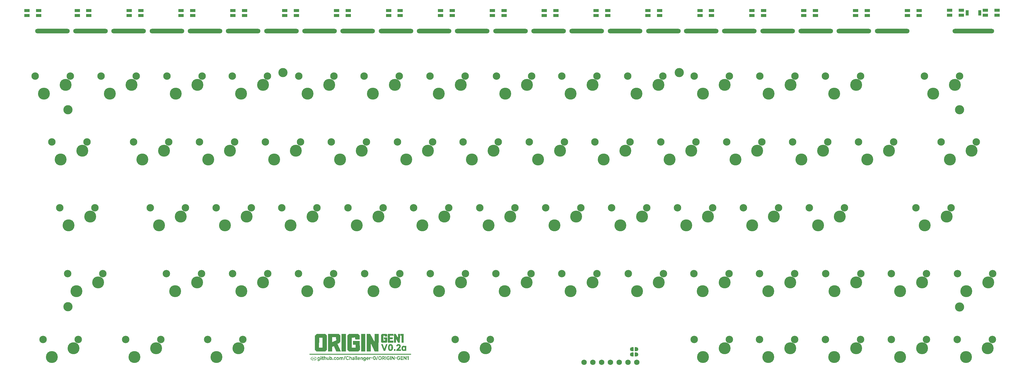
<source format=gts>
G04*
G04 #@! TF.GenerationSoftware,Altium Limited,Altium Designer,22.10.1 (41)*
G04*
G04 Layer_Color=2441676*
%FSLAX44Y44*%
%MOMM*%
G71*
G04*
G04 #@! TF.SameCoordinates,9A037A66-6DE6-4E6B-824F-FEF4343B680E*
G04*
G04*
G04 #@! TF.FilePolarity,Negative*
G04*
G01*
G75*
%ADD10C,0.2540*%
%ADD17C,0.2032*%
%ADD18R,1.5508X0.8508*%
%ADD19C,0.6508*%
%ADD20O,10.0508X1.3208*%
%ADD21O,12.0508X1.3208*%
%ADD22R,0.9508X1.6508*%
%ADD23C,2.1508*%
%ADD24C,3.4508*%
%ADD25C,1.5748*%
%ADD26C,2.6508*%
G36*
X1854200Y137160D02*
X1850390D01*
X1849379D01*
X1847512Y136387D01*
X1846083Y134958D01*
X1845310Y133090D01*
Y132080D01*
Y131069D01*
X1846083Y129202D01*
X1847512Y127773D01*
X1849379Y127000D01*
X1850390D01*
D01*
X1854200D01*
Y137160D01*
D02*
G37*
G36*
X1859280Y127000D02*
X1863090D01*
X1864100D01*
X1865968Y127773D01*
X1867397Y129202D01*
X1868170Y131069D01*
Y132080D01*
Y133090D01*
X1867397Y134958D01*
X1865968Y136387D01*
X1864100Y137160D01*
X1863090D01*
D01*
X1859280D01*
Y127000D01*
D02*
G37*
G36*
X1854200Y152400D02*
X1850390D01*
X1849379D01*
X1847512Y151627D01*
X1846083Y150198D01*
X1845310Y148330D01*
Y147320D01*
Y146309D01*
X1846083Y144442D01*
X1847512Y143013D01*
X1849379Y142240D01*
X1850390D01*
D01*
X1854200D01*
Y152400D01*
D02*
G37*
G36*
X1859280Y142240D02*
X1863090D01*
X1864100D01*
X1865968Y143013D01*
X1867397Y144442D01*
X1868170Y146309D01*
Y147320D01*
Y148330D01*
X1867397Y150198D01*
X1865968Y151627D01*
X1864100Y152400D01*
X1863090D01*
D01*
X1859280D01*
Y142240D01*
D02*
G37*
G36*
X1059004Y191685D02*
X1063447Y187241D01*
X1063306Y175815D01*
X1050469Y175885D01*
X1050257Y181105D01*
X1048000D01*
X1047224Y181034D01*
X1045602Y180964D01*
X1044262D01*
X1043556Y180893D01*
X1040806D01*
X1040523Y151903D01*
X1051315Y152115D01*
Y152185D01*
Y152467D01*
Y152820D01*
Y153384D01*
Y153949D01*
Y154583D01*
X1051386Y156065D01*
Y156135D01*
Y156417D01*
Y156770D01*
X1051456Y157334D01*
Y157899D01*
Y158604D01*
Y160085D01*
X1044191Y160015D01*
Y170948D01*
X1063659Y171018D01*
X1063871Y144850D01*
X1059215Y140970D01*
X1032412D01*
X1027756Y145484D01*
X1027827Y187100D01*
X1033117Y191826D01*
X1059004Y191685D01*
D02*
G37*
G36*
X1118324D02*
X1117831Y140970D01*
X1106968D01*
X1095612Y164458D01*
Y140970D01*
X1083409D01*
X1083832Y191826D01*
X1094060D01*
X1106192Y167985D01*
Y191826D01*
X1118324Y191685D01*
D02*
G37*
G36*
X1079600Y140970D02*
X1067256D01*
X1067327Y191826D01*
X1079812D01*
X1079600Y140970D01*
D02*
G37*
G36*
X1023524D02*
X1011180D01*
X1011251Y191826D01*
X1023736D01*
X1023524Y140970D01*
D02*
G37*
G36*
X1003210Y191685D02*
X1007513Y187594D01*
X1007583Y169678D01*
X1005044Y165587D01*
X999189Y162554D01*
X1009346Y140970D01*
X995380D01*
X988539Y156135D01*
X988468D01*
X988327Y155994D01*
X988045Y155853D01*
X987622Y155641D01*
X987480D01*
X987198Y155500D01*
X986846Y155359D01*
X986352Y155218D01*
X986211D01*
X985929Y155077D01*
X985505Y154936D01*
X985012Y154725D01*
X984941Y154654D01*
X984659Y154583D01*
X984306Y154372D01*
X984024Y154231D01*
Y141040D01*
X972104D01*
X972245Y191897D01*
X1003210Y191685D01*
D02*
G37*
G36*
X968930Y187171D02*
X969000Y145625D01*
X963851Y140970D01*
X938035D01*
X933450Y145837D01*
X933662Y186818D01*
X939022Y191756D01*
X963357D01*
X968930Y187171D01*
D02*
G37*
G36*
X933958Y120928D02*
X934019Y120913D01*
X934171Y120852D01*
X934248Y120806D01*
X934309Y120730D01*
X934324Y120714D01*
X934339Y120699D01*
X934370Y120653D01*
X934400Y120592D01*
X934446Y120455D01*
X934477Y120379D01*
Y120287D01*
Y120272D01*
Y120241D01*
X934461Y120195D01*
Y120134D01*
X934400Y119997D01*
X934370Y119905D01*
X934309Y119829D01*
Y119814D01*
X934278Y119798D01*
X934186Y119722D01*
X934049Y119646D01*
X933958Y119631D01*
X933851Y119615D01*
X926630D01*
X926569Y119631D01*
X926508Y119646D01*
X926355Y119707D01*
X926279Y119753D01*
X926218Y119829D01*
Y119844D01*
X926188Y119860D01*
X926172Y119905D01*
X926142Y119966D01*
X926081Y120119D01*
X926065Y120195D01*
X926050Y120287D01*
Y120302D01*
Y120333D01*
X926065Y120379D01*
Y120440D01*
X926126Y120577D01*
X926157Y120653D01*
X926218Y120730D01*
X926233Y120745D01*
X926248Y120760D01*
X926340Y120837D01*
X926478Y120913D01*
X926569Y120928D01*
X926676Y120943D01*
X933896D01*
X933958Y120928D01*
D02*
G37*
G36*
X934049Y124973D02*
X934156D01*
X934400Y124943D01*
X934675Y124897D01*
X934980Y124821D01*
X935316Y124729D01*
X935637Y124607D01*
X935652D01*
X935683Y124592D01*
X935728Y124577D01*
X935789Y124546D01*
X935942Y124454D01*
X936156Y124348D01*
X936385Y124195D01*
X936629Y124027D01*
X936889Y123829D01*
X937133Y123600D01*
X937163Y123569D01*
X937240Y123493D01*
X937362Y123355D01*
X937499Y123172D01*
X937667Y122958D01*
X937835Y122699D01*
X937988Y122424D01*
X938140Y122104D01*
Y122088D01*
X938156Y122073D01*
X938171Y122012D01*
X938201Y121951D01*
X938232Y121875D01*
X938262Y121783D01*
X938339Y121554D01*
X938400Y121279D01*
X938461Y120974D01*
X938507Y120638D01*
X938522Y120287D01*
Y120272D01*
Y120241D01*
Y120195D01*
Y120119D01*
X938507Y120028D01*
Y119936D01*
X938476Y119692D01*
X938430Y119402D01*
X938354Y119096D01*
X938262Y118776D01*
X938140Y118440D01*
Y118425D01*
X938125Y118409D01*
X938110Y118364D01*
X938079Y118302D01*
X937988Y118135D01*
X937881Y117936D01*
X937728Y117692D01*
X937560Y117448D01*
X937362Y117188D01*
X937133Y116944D01*
X937102Y116913D01*
X937026Y116837D01*
X936889Y116730D01*
X936705Y116578D01*
X936492Y116425D01*
X936232Y116257D01*
X935942Y116089D01*
X935637Y115936D01*
X935621D01*
X935606Y115921D01*
X935545Y115906D01*
X935484Y115875D01*
X935408Y115845D01*
X935316Y115814D01*
X935087Y115753D01*
X934812Y115692D01*
X934507Y115631D01*
X934171Y115585D01*
X933805Y115570D01*
X931729D01*
X931683Y115585D01*
X931607Y115601D01*
X931454Y115662D01*
X931378Y115707D01*
X931301Y115768D01*
X931286Y115784D01*
X931271Y115799D01*
X931240Y115845D01*
X931210Y115906D01*
X931133Y116059D01*
X931118Y116150D01*
X931103Y116242D01*
Y116257D01*
Y116287D01*
X931118Y116333D01*
X931133Y116410D01*
X931195Y116547D01*
X931240Y116623D01*
X931301Y116700D01*
X931317Y116715D01*
X931332Y116730D01*
X931378Y116761D01*
X931439Y116806D01*
X931591Y116868D01*
X931683Y116883D01*
X931775Y116898D01*
X933927D01*
X934049Y116913D01*
X934232Y116929D01*
X934431Y116959D01*
X934644Y117005D01*
X934874Y117066D01*
X935102Y117158D01*
X935133Y117173D01*
X935209Y117203D01*
X935316Y117264D01*
X935469Y117356D01*
X935637Y117463D01*
X935805Y117585D01*
X935988Y117722D01*
X936171Y117890D01*
X936186Y117906D01*
X936247Y117967D01*
X936339Y118074D01*
X936446Y118196D01*
X936553Y118348D01*
X936675Y118532D01*
X936797Y118745D01*
X936904Y118959D01*
X936919Y118989D01*
X936950Y119066D01*
X936980Y119188D01*
X937041Y119356D01*
X937087Y119554D01*
X937117Y119783D01*
X937148Y120028D01*
X937163Y120287D01*
Y120302D01*
Y120317D01*
Y120409D01*
X937148Y120547D01*
X937133Y120714D01*
X937102Y120913D01*
X937056Y121142D01*
X936995Y121371D01*
X936904Y121600D01*
X936889Y121630D01*
X936858Y121707D01*
X936797Y121813D01*
X936721Y121966D01*
X936614Y122134D01*
X936492Y122302D01*
X936339Y122485D01*
X936171Y122668D01*
X936156Y122684D01*
X936095Y122745D01*
X935988Y122821D01*
X935866Y122928D01*
X935713Y123050D01*
X935530Y123172D01*
X935331Y123279D01*
X935102Y123386D01*
X935072Y123401D01*
X934996Y123432D01*
X934874Y123477D01*
X934706Y123523D01*
X934522Y123569D01*
X934293Y123615D01*
X934064Y123645D01*
X933805Y123661D01*
X931729D01*
X931683Y123676D01*
X931607Y123691D01*
X931454Y123752D01*
X931378Y123798D01*
X931301Y123859D01*
X931286Y123874D01*
X931271Y123890D01*
X931240Y123935D01*
X931210Y123996D01*
X931133Y124149D01*
X931118Y124241D01*
X931103Y124332D01*
Y124348D01*
Y124378D01*
X931118Y124424D01*
X931133Y124485D01*
X931195Y124638D01*
X931240Y124714D01*
X931301Y124790D01*
X931317Y124806D01*
X931332Y124821D01*
X931378Y124851D01*
X931439Y124897D01*
X931591Y124958D01*
X931683Y124973D01*
X931775Y124989D01*
X933973D01*
X934049Y124973D01*
D02*
G37*
G36*
X928844D02*
X928920Y124958D01*
X929073Y124912D01*
X929149Y124851D01*
X929225Y124790D01*
X929240Y124775D01*
X929256Y124760D01*
X929286Y124714D01*
X929332Y124653D01*
X929393Y124515D01*
X929408Y124424D01*
X929424Y124332D01*
Y124317D01*
Y124286D01*
X929408Y124241D01*
X929393Y124164D01*
X929347Y124012D01*
X929286Y123935D01*
X929225Y123859D01*
X929210Y123844D01*
X929195Y123829D01*
X929149Y123798D01*
X929088Y123767D01*
X928935Y123691D01*
X928859Y123676D01*
X928752Y123661D01*
X926600D01*
X926478Y123645D01*
X926294Y123630D01*
X926096Y123600D01*
X925882Y123539D01*
X925638Y123477D01*
X925409Y123386D01*
X925378Y123371D01*
X925302Y123340D01*
X925195Y123279D01*
X925042Y123203D01*
X924875Y123096D01*
X924707Y122974D01*
X924523Y122836D01*
X924340Y122668D01*
X924325Y122653D01*
X924264Y122592D01*
X924188Y122485D01*
X924081Y122363D01*
X923959Y122210D01*
X923852Y122027D01*
X923730Y121829D01*
X923623Y121600D01*
X923608Y121569D01*
X923577Y121493D01*
X923547Y121371D01*
X923501Y121203D01*
X923440Y121004D01*
X923409Y120791D01*
X923379Y120547D01*
X923363Y120287D01*
Y120257D01*
Y120165D01*
X923379Y120028D01*
X923394Y119860D01*
X923424Y119661D01*
X923470Y119432D01*
X923531Y119203D01*
X923623Y118959D01*
X923638Y118928D01*
X923669Y118852D01*
X923730Y118745D01*
X923806Y118593D01*
X923913Y118425D01*
X924035Y118257D01*
X924172Y118074D01*
X924340Y117890D01*
X924356Y117875D01*
X924417Y117814D01*
X924523Y117738D01*
X924646Y117631D01*
X924814Y117509D01*
X924997Y117387D01*
X925195Y117264D01*
X925409Y117158D01*
X925439Y117142D01*
X925516Y117112D01*
X925638Y117081D01*
X925806Y117036D01*
X926004Y116974D01*
X926218Y116944D01*
X926462Y116913D01*
X926722Y116898D01*
X928798D01*
X928844Y116883D01*
X928920Y116868D01*
X929073Y116822D01*
X929149Y116761D01*
X929225Y116700D01*
X929240Y116684D01*
X929256Y116669D01*
X929332Y116578D01*
X929393Y116425D01*
X929408Y116333D01*
X929424Y116242D01*
Y116226D01*
Y116196D01*
X929408Y116150D01*
X929393Y116074D01*
X929347Y115921D01*
X929286Y115845D01*
X929225Y115768D01*
X929210Y115753D01*
X929195Y115738D01*
X929149Y115707D01*
X929088Y115677D01*
X928935Y115601D01*
X928859Y115585D01*
X928752Y115570D01*
X926554D01*
X926462Y115585D01*
X926371D01*
X926126Y115616D01*
X925852Y115662D01*
X925531Y115723D01*
X925210Y115814D01*
X924890Y115936D01*
X924875D01*
X924859Y115952D01*
X924814Y115982D01*
X924753Y116013D01*
X924585Y116089D01*
X924386Y116211D01*
X924142Y116348D01*
X923898Y116517D01*
X923638Y116715D01*
X923394Y116944D01*
X923363Y116974D01*
X923287Y117051D01*
X923165Y117188D01*
X923027Y117371D01*
X922860Y117585D01*
X922692Y117844D01*
X922539Y118135D01*
X922386Y118440D01*
Y118455D01*
X922371Y118486D01*
X922356Y118532D01*
X922325Y118593D01*
X922295Y118669D01*
X922264Y118760D01*
X922203Y119005D01*
X922142Y119279D01*
X922081Y119585D01*
X922035Y119921D01*
X922020Y120287D01*
Y120302D01*
Y120333D01*
Y120379D01*
Y120455D01*
X922035Y120547D01*
Y120638D01*
X922066Y120882D01*
X922112Y121157D01*
X922173Y121478D01*
X922264Y121798D01*
X922386Y122119D01*
Y122134D01*
X922402Y122165D01*
X922432Y122195D01*
X922447Y122256D01*
X922539Y122424D01*
X922646Y122623D01*
X922783Y122852D01*
X922967Y123111D01*
X923150Y123355D01*
X923379Y123600D01*
X923409Y123630D01*
X923485Y123707D01*
X923623Y123829D01*
X923806Y123966D01*
X924035Y124134D01*
X924295Y124302D01*
X924569Y124454D01*
X924890Y124607D01*
X924905D01*
X924936Y124622D01*
X924982Y124638D01*
X925042Y124668D01*
X925119Y124699D01*
X925210Y124729D01*
X925439Y124806D01*
X925714Y124867D01*
X926035Y124928D01*
X926371Y124973D01*
X926722Y124989D01*
X928798D01*
X928844Y124973D01*
D02*
G37*
G36*
X951340Y127728D02*
X951456Y127712D01*
X951587Y127662D01*
X951736Y127613D01*
X951884Y127531D01*
X952015Y127415D01*
X952032Y127399D01*
X952065Y127366D01*
X952114Y127284D01*
X952180Y127185D01*
X952246Y127070D01*
X952295Y126922D01*
X952328Y126757D01*
X952345Y126559D01*
Y126543D01*
Y126477D01*
X952328Y126378D01*
X952312Y126263D01*
X952262Y126115D01*
X952213Y125983D01*
X952131Y125835D01*
X952015Y125704D01*
X951999Y125687D01*
X951949Y125654D01*
X951884Y125605D01*
X951785Y125555D01*
X951653Y125490D01*
X951505Y125440D01*
X951340Y125407D01*
X951143Y125391D01*
X951061D01*
X950962Y125407D01*
X950830Y125424D01*
X950699Y125473D01*
X950551Y125522D01*
X950419Y125605D01*
X950287Y125704D01*
X950271Y125720D01*
X950238Y125769D01*
X950188Y125835D01*
X950139Y125934D01*
X950090Y126049D01*
X950040Y126197D01*
X950007Y126362D01*
X949991Y126559D01*
Y126592D01*
Y126658D01*
X950007Y126757D01*
X950024Y126872D01*
X950057Y127020D01*
X950123Y127169D01*
X950188Y127300D01*
X950287Y127432D01*
X950304Y127448D01*
X950353Y127481D01*
X950419Y127531D01*
X950518Y127596D01*
X950633Y127646D01*
X950781Y127695D01*
X950946Y127728D01*
X951143Y127745D01*
X951242D01*
X951340Y127728D01*
D02*
G37*
G36*
X1028699Y127284D02*
X1028814D01*
X1028946Y127267D01*
X1029258Y127218D01*
X1029621Y127152D01*
X1029999Y127037D01*
X1030378Y126872D01*
X1030756Y126658D01*
X1030773D01*
X1030806Y126625D01*
X1030855Y126592D01*
X1030921Y126543D01*
X1031102Y126395D01*
X1031316Y126214D01*
X1031563Y125967D01*
X1031826Y125671D01*
X1032073Y125325D01*
X1032303Y124930D01*
X1030542Y124091D01*
X1030526Y124123D01*
X1030476Y124189D01*
X1030411Y124305D01*
X1030312Y124453D01*
X1030180Y124601D01*
X1030015Y124765D01*
X1029835Y124914D01*
X1029637Y125062D01*
X1029604Y125078D01*
X1029538Y125111D01*
X1029423Y125177D01*
X1029275Y125243D01*
X1029094Y125292D01*
X1028880Y125358D01*
X1028633Y125391D01*
X1028386Y125407D01*
X1028254D01*
X1028090Y125391D01*
X1027892Y125358D01*
X1027662Y125292D01*
X1027415Y125226D01*
X1027168Y125111D01*
X1026921Y124963D01*
X1026888Y124946D01*
X1026822Y124881D01*
X1026707Y124782D01*
X1026559Y124634D01*
X1026411Y124453D01*
X1026246Y124239D01*
X1026082Y123992D01*
X1025934Y123696D01*
Y123679D01*
X1025917Y123663D01*
X1025901Y123613D01*
X1025884Y123547D01*
X1025818Y123383D01*
X1025769Y123169D01*
X1025703Y122889D01*
X1025637Y122593D01*
X1025604Y122247D01*
X1025588Y121869D01*
Y121852D01*
Y121819D01*
Y121770D01*
Y121687D01*
X1025604Y121589D01*
Y121490D01*
X1025637Y121227D01*
X1025670Y120930D01*
X1025736Y120618D01*
X1025818Y120288D01*
X1025934Y119959D01*
Y119943D01*
X1025950Y119926D01*
X1026000Y119828D01*
X1026082Y119679D01*
X1026197Y119499D01*
X1026329Y119284D01*
X1026510Y119071D01*
X1026707Y118857D01*
X1026921Y118675D01*
X1026954Y118659D01*
X1027036Y118610D01*
X1027168Y118527D01*
X1027349Y118445D01*
X1027563Y118363D01*
X1027810Y118280D01*
X1028090Y118231D01*
X1028386Y118215D01*
X1028501D01*
X1028633Y118231D01*
X1028798Y118264D01*
X1028979Y118297D01*
X1029193Y118363D01*
X1029407Y118445D01*
X1029621Y118560D01*
X1029653Y118577D01*
X1029719Y118626D01*
X1029818Y118708D01*
X1029950Y118807D01*
X1030098Y118955D01*
X1030246Y119120D01*
X1030411Y119317D01*
X1030559Y119548D01*
X1032303Y118692D01*
Y118675D01*
X1032270Y118643D01*
X1032237Y118577D01*
X1032205Y118511D01*
X1032139Y118412D01*
X1032073Y118297D01*
X1031892Y118050D01*
X1031661Y117770D01*
X1031382Y117474D01*
X1031069Y117194D01*
X1030707Y116947D01*
X1030690D01*
X1030657Y116914D01*
X1030608Y116898D01*
X1030526Y116848D01*
X1030427Y116799D01*
X1030328Y116750D01*
X1030197Y116700D01*
X1030048Y116651D01*
X1029703Y116536D01*
X1029308Y116437D01*
X1028880Y116371D01*
X1028402Y116338D01*
X1028271D01*
X1028156Y116355D01*
X1028040D01*
X1027892Y116371D01*
X1027728Y116404D01*
X1027547Y116421D01*
X1027152Y116503D01*
X1026724Y116635D01*
X1026279Y116799D01*
X1025851Y117030D01*
X1025835Y117046D01*
X1025802Y117063D01*
X1025753Y117095D01*
X1025670Y117161D01*
X1025572Y117227D01*
X1025473Y117309D01*
X1025209Y117540D01*
X1024930Y117803D01*
X1024650Y118149D01*
X1024354Y118527D01*
X1024107Y118972D01*
Y118988D01*
X1024074Y119038D01*
X1024057Y119103D01*
X1024008Y119202D01*
X1023959Y119317D01*
X1023909Y119466D01*
X1023860Y119630D01*
X1023810Y119811D01*
X1023745Y120009D01*
X1023695Y120239D01*
X1023596Y120733D01*
X1023531Y121276D01*
X1023498Y121869D01*
Y121885D01*
Y121934D01*
Y122017D01*
X1023514Y122132D01*
Y122280D01*
X1023531Y122428D01*
X1023547Y122609D01*
X1023580Y122807D01*
X1023646Y123251D01*
X1023761Y123729D01*
X1023909Y124206D01*
X1024107Y124683D01*
Y124700D01*
X1024140Y124733D01*
X1024173Y124798D01*
X1024222Y124881D01*
X1024288Y124996D01*
X1024370Y125111D01*
X1024567Y125391D01*
X1024814Y125704D01*
X1025111Y126016D01*
X1025473Y126329D01*
X1025868Y126609D01*
X1025884Y126625D01*
X1025917Y126642D01*
X1025983Y126675D01*
X1026065Y126724D01*
X1026180Y126773D01*
X1026312Y126823D01*
X1026460Y126889D01*
X1026625Y126954D01*
X1026806Y127020D01*
X1027003Y127086D01*
X1027448Y127185D01*
X1027942Y127267D01*
X1028485Y127300D01*
X1028616D01*
X1028699Y127284D01*
D02*
G37*
G36*
X1176338D02*
X1176453D01*
X1176585Y127267D01*
X1176897Y127234D01*
X1177243Y127152D01*
X1177622Y127053D01*
X1178017Y126905D01*
X1178395Y126708D01*
X1178412D01*
X1178445Y126675D01*
X1178494Y126642D01*
X1178560Y126609D01*
X1178741Y126477D01*
X1178955Y126296D01*
X1179218Y126066D01*
X1179465Y125786D01*
X1179728Y125457D01*
X1179959Y125095D01*
X1178379Y123959D01*
X1178362Y123992D01*
X1178313Y124074D01*
X1178231Y124189D01*
X1178115Y124338D01*
X1177967Y124502D01*
X1177803Y124683D01*
X1177605Y124848D01*
X1177391Y125012D01*
X1177358Y125029D01*
X1177292Y125078D01*
X1177161Y125144D01*
X1177013Y125210D01*
X1176815Y125276D01*
X1176601Y125342D01*
X1176371Y125391D01*
X1176124Y125407D01*
X1175992D01*
X1175910Y125391D01*
X1175795Y125374D01*
X1175663Y125358D01*
X1175367Y125292D01*
X1175038Y125177D01*
X1174873Y125095D01*
X1174692Y124996D01*
X1174527Y124881D01*
X1174363Y124765D01*
X1174198Y124601D01*
X1174050Y124436D01*
Y124420D01*
X1174017Y124387D01*
X1173984Y124338D01*
X1173935Y124255D01*
X1173869Y124156D01*
X1173803Y124041D01*
X1173737Y123910D01*
X1173671Y123745D01*
X1173606Y123564D01*
X1173540Y123366D01*
X1173474Y123152D01*
X1173408Y122922D01*
X1173359Y122675D01*
X1173326Y122395D01*
X1173309Y122115D01*
X1173293Y121803D01*
Y121786D01*
Y121737D01*
Y121638D01*
X1173309Y121523D01*
Y121391D01*
X1173326Y121227D01*
X1173359Y121046D01*
X1173392Y120848D01*
X1173474Y120420D01*
X1173606Y119992D01*
X1173787Y119564D01*
X1173885Y119350D01*
X1174017Y119169D01*
X1174034Y119153D01*
X1174050Y119136D01*
X1174099Y119087D01*
X1174149Y119021D01*
X1174313Y118873D01*
X1174544Y118692D01*
X1174840Y118511D01*
X1175186Y118363D01*
X1175383Y118297D01*
X1175581Y118264D01*
X1175811Y118231D01*
X1176041Y118215D01*
X1176140D01*
X1176272Y118231D01*
X1176420Y118248D01*
X1176585Y118264D01*
X1176766Y118313D01*
X1176963Y118363D01*
X1177144Y118429D01*
X1177161Y118445D01*
X1177227Y118478D01*
X1177325Y118527D01*
X1177441Y118593D01*
X1177589Y118692D01*
X1177753Y118807D01*
X1177918Y118955D01*
X1178083Y119120D01*
Y120634D01*
X1175762D01*
Y122494D01*
X1180008D01*
Y118363D01*
X1179992Y118346D01*
X1179975Y118313D01*
X1179926Y118264D01*
X1179876Y118198D01*
X1179712Y118017D01*
X1179498Y117787D01*
X1179235Y117540D01*
X1178922Y117293D01*
X1178593Y117046D01*
X1178214Y116832D01*
X1178198D01*
X1178165Y116816D01*
X1178115Y116783D01*
X1178033Y116750D01*
X1177951Y116717D01*
X1177836Y116684D01*
X1177572Y116585D01*
X1177243Y116503D01*
X1176881Y116421D01*
X1176469Y116355D01*
X1176041Y116338D01*
X1175893D01*
X1175795Y116355D01*
X1175679D01*
X1175531Y116371D01*
X1175367Y116388D01*
X1175186Y116421D01*
X1174791Y116503D01*
X1174363Y116618D01*
X1173918Y116783D01*
X1173490Y116997D01*
X1173474Y117013D01*
X1173441Y117030D01*
X1173392Y117063D01*
X1173309Y117128D01*
X1173112Y117276D01*
X1172881Y117490D01*
X1172602Y117754D01*
X1172322Y118083D01*
X1172058Y118478D01*
X1171812Y118906D01*
Y118922D01*
X1171779Y118955D01*
X1171762Y119038D01*
X1171713Y119120D01*
X1171680Y119252D01*
X1171630Y119383D01*
X1171565Y119548D01*
X1171515Y119729D01*
X1171466Y119943D01*
X1171400Y120157D01*
X1171351Y120387D01*
X1171318Y120651D01*
X1171252Y121194D01*
X1171219Y121803D01*
Y121819D01*
Y121885D01*
Y121967D01*
X1171236Y122083D01*
Y122231D01*
X1171252Y122395D01*
X1171268Y122576D01*
X1171301Y122790D01*
X1171367Y123251D01*
X1171482Y123729D01*
X1171630Y124239D01*
X1171828Y124716D01*
Y124733D01*
X1171861Y124765D01*
X1171894Y124831D01*
X1171943Y124930D01*
X1172009Y125029D01*
X1172075Y125144D01*
X1172272Y125424D01*
X1172519Y125737D01*
X1172815Y126049D01*
X1173145Y126362D01*
X1173540Y126625D01*
X1173556D01*
X1173589Y126658D01*
X1173655Y126691D01*
X1173737Y126724D01*
X1173836Y126790D01*
X1173968Y126839D01*
X1174116Y126905D01*
X1174280Y126971D01*
X1174462Y127020D01*
X1174659Y127086D01*
X1175103Y127201D01*
X1175581Y127267D01*
X1176124Y127300D01*
X1176255D01*
X1176338Y127284D01*
D02*
G37*
G36*
X1146398D02*
X1146514D01*
X1146645Y127267D01*
X1146958Y127234D01*
X1147304Y127152D01*
X1147682Y127053D01*
X1148077Y126905D01*
X1148456Y126708D01*
X1148472D01*
X1148505Y126675D01*
X1148555Y126642D01*
X1148621Y126609D01*
X1148802Y126477D01*
X1149016Y126296D01*
X1149279Y126066D01*
X1149526Y125786D01*
X1149789Y125457D01*
X1150020Y125095D01*
X1148439Y123959D01*
X1148423Y123992D01*
X1148374Y124074D01*
X1148291Y124189D01*
X1148176Y124338D01*
X1148028Y124502D01*
X1147863Y124683D01*
X1147666Y124848D01*
X1147452Y125012D01*
X1147419Y125029D01*
X1147353Y125078D01*
X1147222Y125144D01*
X1147073Y125210D01*
X1146876Y125276D01*
X1146662Y125342D01*
X1146431Y125391D01*
X1146185Y125407D01*
X1146053D01*
X1145971Y125391D01*
X1145855Y125374D01*
X1145724Y125358D01*
X1145427Y125292D01*
X1145098Y125177D01*
X1144934Y125095D01*
X1144753Y124996D01*
X1144588Y124881D01*
X1144423Y124765D01*
X1144259Y124601D01*
X1144111Y124436D01*
Y124420D01*
X1144078Y124387D01*
X1144045Y124338D01*
X1143996Y124255D01*
X1143930Y124156D01*
X1143864Y124041D01*
X1143798Y123910D01*
X1143732Y123745D01*
X1143666Y123564D01*
X1143600Y123366D01*
X1143535Y123152D01*
X1143469Y122922D01*
X1143419Y122675D01*
X1143387Y122395D01*
X1143370Y122115D01*
X1143354Y121803D01*
Y121786D01*
Y121737D01*
Y121638D01*
X1143370Y121523D01*
Y121391D01*
X1143387Y121227D01*
X1143419Y121046D01*
X1143452Y120848D01*
X1143535Y120420D01*
X1143666Y119992D01*
X1143847Y119564D01*
X1143946Y119350D01*
X1144078Y119169D01*
X1144094Y119153D01*
X1144111Y119136D01*
X1144160Y119087D01*
X1144209Y119021D01*
X1144374Y118873D01*
X1144604Y118692D01*
X1144901Y118511D01*
X1145246Y118363D01*
X1145444Y118297D01*
X1145641Y118264D01*
X1145872Y118231D01*
X1146102Y118215D01*
X1146201D01*
X1146333Y118231D01*
X1146481Y118248D01*
X1146645Y118264D01*
X1146826Y118313D01*
X1147024Y118363D01*
X1147205Y118429D01*
X1147222Y118445D01*
X1147287Y118478D01*
X1147386Y118527D01*
X1147501Y118593D01*
X1147649Y118692D01*
X1147814Y118807D01*
X1147979Y118955D01*
X1148143Y119120D01*
Y120634D01*
X1145822D01*
Y122494D01*
X1150069D01*
Y118363D01*
X1150052Y118346D01*
X1150036Y118313D01*
X1149987Y118264D01*
X1149937Y118198D01*
X1149773Y118017D01*
X1149559Y117787D01*
X1149295Y117540D01*
X1148983Y117293D01*
X1148653Y117046D01*
X1148275Y116832D01*
X1148258D01*
X1148225Y116816D01*
X1148176Y116783D01*
X1148094Y116750D01*
X1148011Y116717D01*
X1147896Y116684D01*
X1147633Y116585D01*
X1147304Y116503D01*
X1146942Y116421D01*
X1146530Y116355D01*
X1146102Y116338D01*
X1145954D01*
X1145855Y116355D01*
X1145740D01*
X1145592Y116371D01*
X1145427Y116388D01*
X1145246Y116421D01*
X1144851Y116503D01*
X1144423Y116618D01*
X1143979Y116783D01*
X1143551Y116997D01*
X1143535Y117013D01*
X1143502Y117030D01*
X1143452Y117063D01*
X1143370Y117128D01*
X1143173Y117276D01*
X1142942Y117490D01*
X1142662Y117754D01*
X1142383Y118083D01*
X1142119Y118478D01*
X1141872Y118906D01*
Y118922D01*
X1141839Y118955D01*
X1141823Y119038D01*
X1141774Y119120D01*
X1141741Y119252D01*
X1141691Y119383D01*
X1141625Y119548D01*
X1141576Y119729D01*
X1141527Y119943D01*
X1141461Y120157D01*
X1141411Y120387D01*
X1141378Y120651D01*
X1141313Y121194D01*
X1141280Y121803D01*
Y121819D01*
Y121885D01*
Y121967D01*
X1141296Y122083D01*
Y122231D01*
X1141313Y122395D01*
X1141329Y122576D01*
X1141362Y122790D01*
X1141428Y123251D01*
X1141543Y123729D01*
X1141691Y124239D01*
X1141889Y124716D01*
Y124733D01*
X1141922Y124765D01*
X1141954Y124831D01*
X1142004Y124930D01*
X1142070Y125029D01*
X1142136Y125144D01*
X1142333Y125424D01*
X1142580Y125737D01*
X1142876Y126049D01*
X1143205Y126362D01*
X1143600Y126625D01*
X1143617D01*
X1143650Y126658D01*
X1143716Y126691D01*
X1143798Y126724D01*
X1143897Y126790D01*
X1144028Y126839D01*
X1144176Y126905D01*
X1144341Y126971D01*
X1144522Y127020D01*
X1144720Y127086D01*
X1145164Y127201D01*
X1145641Y127267D01*
X1146185Y127300D01*
X1146316D01*
X1146398Y127284D01*
D02*
G37*
G36*
X1070110Y124436D02*
X1070209D01*
X1070324Y124420D01*
X1070604Y124354D01*
X1070900Y124272D01*
X1071213Y124123D01*
X1071509Y123942D01*
X1071641Y123811D01*
X1071773Y123679D01*
Y123663D01*
X1071805Y123646D01*
X1071838Y123597D01*
X1071871Y123547D01*
X1071921Y123465D01*
X1071986Y123366D01*
X1072036Y123251D01*
X1072102Y123119D01*
X1072217Y122823D01*
X1072332Y122445D01*
X1072398Y122017D01*
X1072431Y121523D01*
Y116519D01*
X1070472D01*
Y121095D01*
Y121128D01*
Y121210D01*
X1070456Y121342D01*
X1070423Y121490D01*
X1070390Y121671D01*
X1070324Y121852D01*
X1070225Y122017D01*
X1070110Y122181D01*
X1070094Y122198D01*
X1070044Y122247D01*
X1069962Y122313D01*
X1069863Y122395D01*
X1069732Y122461D01*
X1069567Y122527D01*
X1069386Y122576D01*
X1069172Y122593D01*
X1069057D01*
X1068925Y122576D01*
X1068777Y122543D01*
X1068596Y122478D01*
X1068415Y122412D01*
X1068217Y122296D01*
X1068053Y122148D01*
X1068036Y122132D01*
X1067987Y122066D01*
X1067921Y121967D01*
X1067855Y121836D01*
X1067773Y121671D01*
X1067707Y121474D01*
X1067658Y121227D01*
X1067641Y120963D01*
Y116519D01*
X1065683D01*
Y124255D01*
X1067641D01*
Y123235D01*
X1067707D01*
X1067723Y123268D01*
X1067773Y123334D01*
X1067839Y123432D01*
X1067937Y123564D01*
X1068069Y123696D01*
X1068234Y123844D01*
X1068415Y123992D01*
X1068612Y124123D01*
X1068645Y124140D01*
X1068711Y124173D01*
X1068843Y124222D01*
X1068991Y124288D01*
X1069188Y124354D01*
X1069419Y124403D01*
X1069649Y124436D01*
X1069913Y124453D01*
X1070028D01*
X1070110Y124436D01*
D02*
G37*
G36*
X1013836D02*
X1013935D01*
X1014050Y124420D01*
X1014297Y124354D01*
X1014577Y124272D01*
X1014873Y124140D01*
X1015169Y123942D01*
X1015301Y123827D01*
X1015416Y123696D01*
Y123679D01*
X1015449Y123663D01*
X1015482Y123613D01*
X1015515Y123564D01*
X1015564Y123482D01*
X1015614Y123383D01*
X1015745Y123152D01*
X1015861Y122840D01*
X1015959Y122478D01*
X1016025Y122050D01*
X1016058Y121572D01*
Y116519D01*
X1014100D01*
Y121144D01*
Y121177D01*
Y121260D01*
X1014083Y121391D01*
X1014067Y121539D01*
X1014034Y121721D01*
X1013968Y121902D01*
X1013902Y122066D01*
X1013803Y122231D01*
X1013787Y122247D01*
X1013754Y122296D01*
X1013688Y122362D01*
X1013589Y122428D01*
X1013458Y122494D01*
X1013326Y122560D01*
X1013145Y122609D01*
X1012947Y122626D01*
X1012832D01*
X1012717Y122609D01*
X1012569Y122576D01*
X1012404Y122527D01*
X1012240Y122445D01*
X1012075Y122346D01*
X1011927Y122198D01*
X1011910Y122181D01*
X1011878Y122115D01*
X1011812Y122017D01*
X1011762Y121885D01*
X1011696Y121721D01*
X1011631Y121507D01*
X1011598Y121276D01*
X1011581Y120996D01*
Y116519D01*
X1009606D01*
Y121144D01*
Y121177D01*
Y121260D01*
X1009590Y121391D01*
X1009573Y121539D01*
X1009524Y121721D01*
X1009474Y121902D01*
X1009392Y122066D01*
X1009293Y122231D01*
X1009277Y122247D01*
X1009244Y122296D01*
X1009178Y122362D01*
X1009079Y122428D01*
X1008964Y122494D01*
X1008816Y122560D01*
X1008652Y122609D01*
X1008470Y122626D01*
X1008372D01*
X1008240Y122609D01*
X1008108Y122576D01*
X1007944Y122527D01*
X1007763Y122445D01*
X1007598Y122346D01*
X1007450Y122198D01*
X1007433Y122181D01*
X1007401Y122115D01*
X1007335Y122017D01*
X1007269Y121885D01*
X1007203Y121721D01*
X1007137Y121507D01*
X1007104Y121276D01*
X1007088Y120996D01*
Y116519D01*
X1005129D01*
Y124255D01*
X1007088D01*
Y123235D01*
X1007154D01*
X1007170Y123268D01*
X1007219Y123334D01*
X1007285Y123432D01*
X1007401Y123564D01*
X1007516Y123712D01*
X1007680Y123860D01*
X1007845Y123992D01*
X1008043Y124123D01*
X1008075Y124140D01*
X1008141Y124173D01*
X1008257Y124222D01*
X1008405Y124288D01*
X1008586Y124354D01*
X1008783Y124403D01*
X1009014Y124436D01*
X1009260Y124453D01*
X1009376D01*
X1009507Y124436D01*
X1009656Y124420D01*
X1009837Y124370D01*
X1010034Y124321D01*
X1010232Y124239D01*
X1010429Y124123D01*
X1010445Y124107D01*
X1010511Y124058D01*
X1010594Y123992D01*
X1010709Y123877D01*
X1010824Y123745D01*
X1010956Y123580D01*
X1011071Y123383D01*
X1011186Y123152D01*
X1011268D01*
X1011285Y123169D01*
X1011301Y123202D01*
X1011351Y123268D01*
X1011417Y123350D01*
X1011515Y123449D01*
X1011614Y123564D01*
X1011729Y123679D01*
X1011878Y123811D01*
X1012042Y123926D01*
X1012207Y124041D01*
X1012404Y124156D01*
X1012618Y124255D01*
X1012849Y124338D01*
X1013112Y124403D01*
X1013375Y124436D01*
X1013655Y124453D01*
X1013770D01*
X1013836Y124436D01*
D02*
G37*
G36*
X1095918Y122510D02*
X1095671D01*
X1095540Y122494D01*
X1095359Y122478D01*
X1095128Y122445D01*
X1094881Y122395D01*
X1094618Y122346D01*
X1094354Y122247D01*
X1094091Y122148D01*
X1093828Y122017D01*
X1093581Y121836D01*
X1093367Y121638D01*
X1093169Y121408D01*
X1093038Y121128D01*
X1092939Y120815D01*
X1092923Y120634D01*
X1092906Y120453D01*
Y116519D01*
X1090947D01*
X1090865Y124255D01*
X1092906D01*
Y122823D01*
X1092988D01*
X1093005Y122840D01*
X1093021Y122889D01*
X1093087Y122971D01*
X1093153Y123087D01*
X1093252Y123202D01*
X1093367Y123334D01*
X1093499Y123482D01*
X1093663Y123646D01*
X1093844Y123794D01*
X1094058Y123942D01*
X1094289Y124074D01*
X1094552Y124206D01*
X1094832Y124305D01*
X1095145Y124387D01*
X1095474Y124436D01*
X1095836Y124453D01*
X1095918D01*
Y122510D01*
D02*
G37*
G36*
X992538Y124420D02*
X992637D01*
X992735Y124403D01*
X992982Y124370D01*
X993262Y124288D01*
X993575Y124189D01*
X993904Y124058D01*
X994217Y123860D01*
X994233D01*
X994250Y123827D01*
X994365Y123761D01*
X994513Y123630D01*
X994694Y123449D01*
X994908Y123218D01*
X995122Y122955D01*
X995320Y122642D01*
X995501Y122296D01*
X993723Y121556D01*
X993707Y121572D01*
X993690Y121638D01*
X993641Y121721D01*
X993575Y121836D01*
X993476Y121951D01*
X993377Y122083D01*
X993262Y122198D01*
X993114Y122313D01*
X993098Y122329D01*
X993048Y122362D01*
X992966Y122395D01*
X992851Y122461D01*
X992735Y122510D01*
X992587Y122543D01*
X992423Y122576D01*
X992242Y122593D01*
X992209D01*
X992110Y122576D01*
X991978Y122560D01*
X991797Y122510D01*
X991600Y122445D01*
X991386Y122329D01*
X991188Y122181D01*
X990991Y121984D01*
X990974Y121951D01*
X990925Y121869D01*
X990843Y121737D01*
X990760Y121556D01*
X990678Y121325D01*
X990596Y121062D01*
X990546Y120733D01*
X990530Y120371D01*
Y120354D01*
Y120321D01*
Y120272D01*
Y120206D01*
X990563Y120025D01*
X990596Y119795D01*
X990645Y119531D01*
X990727Y119268D01*
X990843Y119005D01*
X990991Y118758D01*
X991007Y118725D01*
X991073Y118659D01*
X991172Y118577D01*
X991320Y118462D01*
X991501Y118346D01*
X991715Y118264D01*
X991962Y118198D01*
X992242Y118165D01*
X992324D01*
X992406Y118182D01*
X992538Y118198D01*
X992670Y118231D01*
X992818Y118280D01*
X992966Y118346D01*
X993114Y118429D01*
X993130Y118445D01*
X993180Y118478D01*
X993246Y118544D01*
X993344Y118626D01*
X993443Y118741D01*
X993542Y118873D01*
X993641Y119021D01*
X993723Y119202D01*
X995501Y118445D01*
Y118429D01*
X995484Y118396D01*
X995451Y118346D01*
X995418Y118280D01*
X995320Y118116D01*
X995188Y117886D01*
X995007Y117639D01*
X994776Y117375D01*
X994513Y117128D01*
X994217Y116898D01*
X994200D01*
X994184Y116882D01*
X994135Y116848D01*
X994069Y116816D01*
X993904Y116717D01*
X993674Y116618D01*
X993394Y116519D01*
X993081Y116421D01*
X992735Y116355D01*
X992373Y116338D01*
X992176D01*
X992077Y116355D01*
X991962Y116371D01*
X991682Y116404D01*
X991369Y116454D01*
X991024Y116536D01*
X990678Y116651D01*
X990332Y116816D01*
X990316D01*
X990300Y116832D01*
X990184Y116914D01*
X990036Y117013D01*
X989839Y117178D01*
X989625Y117375D01*
X989411Y117622D01*
X989197Y117902D01*
X988999Y118215D01*
Y118231D01*
X988983Y118264D01*
X988950Y118313D01*
X988933Y118379D01*
X988900Y118462D01*
X988851Y118577D01*
X988769Y118824D01*
X988687Y119153D01*
X988604Y119515D01*
X988555Y119926D01*
X988538Y120371D01*
Y120387D01*
Y120420D01*
Y120486D01*
Y120585D01*
X988555Y120683D01*
X988571Y120815D01*
X988604Y121111D01*
X988653Y121441D01*
X988736Y121803D01*
X988851Y122165D01*
X988999Y122527D01*
Y122543D01*
X989016Y122560D01*
X989049Y122609D01*
X989081Y122675D01*
X989197Y122840D01*
X989345Y123054D01*
X989542Y123284D01*
X989756Y123514D01*
X990036Y123745D01*
X990332Y123942D01*
X990349D01*
X990365Y123959D01*
X990415Y123992D01*
X990480Y124025D01*
X990563Y124058D01*
X990678Y124107D01*
X990909Y124189D01*
X991221Y124288D01*
X991567Y124354D01*
X991945Y124420D01*
X992373Y124436D01*
X992472D01*
X992538Y124420D01*
D02*
G37*
G36*
X1170083Y120996D02*
X1165623D01*
Y122807D01*
X1170083D01*
Y120996D01*
D02*
G37*
G36*
X1101103D02*
X1096642D01*
Y122807D01*
X1101103D01*
Y120996D01*
D02*
G37*
G36*
X1198722Y116519D02*
X1196912D01*
X1192320Y123334D01*
X1192254D01*
Y116519D01*
X1190229D01*
Y127119D01*
X1192106D01*
X1196616Y120288D01*
X1196698D01*
Y127119D01*
X1198722D01*
Y116519D01*
D02*
G37*
G36*
X1164191D02*
X1162380D01*
X1157788Y123334D01*
X1157722D01*
Y116519D01*
X1155698D01*
Y127119D01*
X1157574D01*
X1162084Y120288D01*
X1162166D01*
Y127119D01*
X1164191D01*
Y116519D01*
D02*
G37*
G36*
X974680D02*
X972738D01*
Y117507D01*
X972655D01*
X972639Y117490D01*
X972589Y117425D01*
X972523Y117326D01*
X972408Y117194D01*
X972277Y117063D01*
X972129Y116914D01*
X971947Y116783D01*
X971750Y116651D01*
X971717Y116635D01*
X971651Y116602D01*
X971536Y116552D01*
X971388Y116503D01*
X971190Y116437D01*
X970976Y116388D01*
X970746Y116355D01*
X970483Y116338D01*
X970367D01*
X970285Y116355D01*
X970186D01*
X970071Y116371D01*
X969808Y116437D01*
X969511Y116519D01*
X969199Y116651D01*
X968886Y116832D01*
X968738Y116947D01*
X968606Y117079D01*
Y117095D01*
X968573Y117112D01*
X968540Y117161D01*
X968508Y117227D01*
X968458Y117293D01*
X968392Y117392D01*
X968277Y117622D01*
X968145Y117935D01*
X968030Y118297D01*
X967964Y118725D01*
X967931Y119202D01*
Y124255D01*
X969890D01*
Y119630D01*
Y119597D01*
Y119515D01*
X969906Y119383D01*
X969939Y119235D01*
X969972Y119054D01*
X970038Y118873D01*
X970137Y118692D01*
X970252Y118527D01*
X970269Y118511D01*
X970318Y118462D01*
X970400Y118396D01*
X970499Y118330D01*
X970647Y118264D01*
X970795Y118198D01*
X970993Y118149D01*
X971190Y118132D01*
X971306D01*
X971437Y118149D01*
X971602Y118182D01*
X971783Y118248D01*
X971964Y118313D01*
X972145Y118429D01*
X972310Y118577D01*
X972326Y118593D01*
X972375Y118659D01*
X972441Y118758D01*
X972523Y118890D01*
X972606Y119054D01*
X972672Y119268D01*
X972721Y119499D01*
X972738Y119762D01*
Y124255D01*
X974680D01*
Y116519D01*
D02*
G37*
G36*
X1204549D02*
X1202541D01*
Y124848D01*
X1200269Y123663D01*
Y125769D01*
X1202887Y127119D01*
X1204549D01*
Y116519D01*
D02*
G37*
G36*
X1188600Y125276D02*
X1183794D01*
Y122856D01*
X1188337D01*
Y120996D01*
X1183794D01*
Y118346D01*
X1188764D01*
Y116519D01*
X1181769D01*
Y127119D01*
X1188600D01*
Y125276D01*
D02*
G37*
G36*
X1153855Y116519D02*
X1151830D01*
Y127119D01*
X1153855D01*
Y116519D01*
D02*
G37*
G36*
X1139733D02*
X1137708D01*
Y127119D01*
X1139733D01*
Y116519D01*
D02*
G37*
G36*
X1132326Y127103D02*
X1132490Y127086D01*
X1132672Y127070D01*
X1132886Y127037D01*
X1133116Y127004D01*
X1133593Y126905D01*
X1134103Y126741D01*
X1134350Y126642D01*
X1134581Y126510D01*
X1134811Y126378D01*
X1135025Y126214D01*
X1135042Y126197D01*
X1135075Y126181D01*
X1135124Y126115D01*
X1135190Y126049D01*
X1135272Y125967D01*
X1135371Y125852D01*
X1135470Y125720D01*
X1135568Y125572D01*
X1135667Y125407D01*
X1135766Y125226D01*
X1135865Y125012D01*
X1135947Y124798D01*
X1136013Y124568D01*
X1136062Y124305D01*
X1136095Y124041D01*
X1136112Y123745D01*
Y123729D01*
Y123696D01*
Y123646D01*
Y123564D01*
X1136095Y123482D01*
X1136079Y123366D01*
X1136046Y123119D01*
X1135980Y122823D01*
X1135898Y122510D01*
X1135766Y122198D01*
X1135601Y121902D01*
X1135585Y121869D01*
X1135502Y121770D01*
X1135404Y121638D01*
X1135239Y121474D01*
X1135042Y121292D01*
X1134795Y121111D01*
X1134499Y120930D01*
X1134169Y120766D01*
X1136622Y116519D01*
X1134252D01*
X1132161Y120420D01*
X1130499D01*
Y116519D01*
X1128475D01*
Y127119D01*
X1132178D01*
X1132326Y127103D01*
D02*
G37*
G36*
X1112953Y116519D02*
X1111028D01*
X1114188Y127119D01*
X1116114D01*
X1112953Y116519D01*
D02*
G37*
G36*
X1045421Y124436D02*
X1045635Y124403D01*
X1045882Y124370D01*
X1046145Y124305D01*
X1046425Y124206D01*
X1046689Y124091D01*
X1046705D01*
X1046722Y124074D01*
X1046804Y124025D01*
X1046936Y123942D01*
X1047084Y123827D01*
X1047265Y123679D01*
X1047446Y123514D01*
X1047627Y123301D01*
X1047775Y123070D01*
X1047792Y123037D01*
X1047841Y122955D01*
X1047890Y122823D01*
X1047972Y122642D01*
X1048038Y122428D01*
X1048088Y122165D01*
X1048137Y121885D01*
X1048154Y121572D01*
Y116519D01*
X1046211D01*
Y117441D01*
X1046129D01*
X1046113Y117425D01*
X1046080Y117359D01*
X1046014Y117260D01*
X1045932Y117128D01*
X1045816Y116997D01*
X1045668Y116865D01*
X1045504Y116733D01*
X1045306Y116618D01*
X1045290Y116602D01*
X1045207Y116569D01*
X1045092Y116536D01*
X1044944Y116486D01*
X1044763Y116421D01*
X1044549Y116388D01*
X1044319Y116355D01*
X1044055Y116338D01*
X1043957D01*
X1043874Y116355D01*
X1043677Y116371D01*
X1043446Y116404D01*
X1043166Y116486D01*
X1042870Y116585D01*
X1042590Y116717D01*
X1042327Y116914D01*
X1042294Y116947D01*
X1042228Y117013D01*
X1042113Y117145D01*
X1041998Y117326D01*
X1041883Y117556D01*
X1041767Y117836D01*
X1041702Y118165D01*
X1041669Y118527D01*
Y118544D01*
Y118577D01*
Y118643D01*
X1041685Y118725D01*
X1041702Y118840D01*
X1041718Y118955D01*
X1041800Y119235D01*
X1041916Y119548D01*
X1041998Y119696D01*
X1042080Y119861D01*
X1042195Y120025D01*
X1042327Y120173D01*
X1042475Y120321D01*
X1042656Y120453D01*
X1042673Y120470D01*
X1042706Y120486D01*
X1042755Y120519D01*
X1042837Y120568D01*
X1042936Y120618D01*
X1043068Y120683D01*
X1043216Y120749D01*
X1043380Y120815D01*
X1043561Y120881D01*
X1043775Y120930D01*
X1043989Y120996D01*
X1044236Y121046D01*
X1044500Y121095D01*
X1044779Y121128D01*
X1045092Y121161D01*
X1046211D01*
Y121457D01*
Y121490D01*
Y121556D01*
X1046195Y121671D01*
X1046162Y121819D01*
X1046129Y121967D01*
X1046063Y122132D01*
X1045965Y122280D01*
X1045849Y122428D01*
X1045833Y122445D01*
X1045783Y122478D01*
X1045701Y122543D01*
X1045586Y122609D01*
X1045454Y122675D01*
X1045273Y122741D01*
X1045092Y122774D01*
X1044862Y122790D01*
X1044779D01*
X1044714Y122774D01*
X1044549Y122741D01*
X1044335Y122692D01*
X1044072Y122593D01*
X1043808Y122445D01*
X1043660Y122362D01*
X1043529Y122247D01*
X1043380Y122132D01*
X1043249Y121984D01*
X1042014Y123004D01*
X1042031Y123021D01*
X1042064Y123070D01*
X1042146Y123136D01*
X1042245Y123235D01*
X1042360Y123334D01*
X1042508Y123465D01*
X1042673Y123597D01*
X1042870Y123729D01*
X1043068Y123860D01*
X1043315Y123992D01*
X1043561Y124123D01*
X1043841Y124222D01*
X1044121Y124321D01*
X1044434Y124387D01*
X1044746Y124436D01*
X1045092Y124453D01*
X1045240D01*
X1045421Y124436D01*
D02*
G37*
G36*
X1035612Y123235D02*
X1035677D01*
X1035694Y123268D01*
X1035743Y123334D01*
X1035809Y123432D01*
X1035908Y123564D01*
X1036040Y123696D01*
X1036204Y123844D01*
X1036385Y123992D01*
X1036583Y124123D01*
X1036616Y124140D01*
X1036682Y124173D01*
X1036813Y124222D01*
X1036961Y124288D01*
X1037159Y124354D01*
X1037389Y124403D01*
X1037620Y124436D01*
X1037883Y124453D01*
X1037998D01*
X1038081Y124436D01*
X1038179D01*
X1038295Y124420D01*
X1038574Y124354D01*
X1038871Y124272D01*
X1039183Y124123D01*
X1039480Y123942D01*
X1039611Y123811D01*
X1039743Y123679D01*
Y123663D01*
X1039776Y123646D01*
X1039809Y123597D01*
X1039842Y123547D01*
X1039891Y123465D01*
X1039957Y123366D01*
X1040006Y123251D01*
X1040072Y123119D01*
X1040187Y122823D01*
X1040303Y122445D01*
X1040368Y122017D01*
X1040401Y121523D01*
Y116519D01*
X1038443D01*
Y121095D01*
Y121128D01*
Y121210D01*
X1038426Y121342D01*
X1038393Y121490D01*
X1038360Y121671D01*
X1038295Y121852D01*
X1038196Y122017D01*
X1038081Y122181D01*
X1038064Y122198D01*
X1038015Y122247D01*
X1037932Y122313D01*
X1037834Y122395D01*
X1037702Y122461D01*
X1037537Y122527D01*
X1037356Y122576D01*
X1037142Y122593D01*
X1037027D01*
X1036896Y122576D01*
X1036747Y122543D01*
X1036566Y122478D01*
X1036385Y122412D01*
X1036188Y122296D01*
X1036023Y122148D01*
X1036007Y122132D01*
X1035957Y122066D01*
X1035891Y121967D01*
X1035826Y121836D01*
X1035743Y121671D01*
X1035677Y121474D01*
X1035628Y121227D01*
X1035612Y120963D01*
Y116519D01*
X1033653D01*
Y127119D01*
X1035612D01*
Y123235D01*
D02*
G37*
G36*
X1019218Y116519D02*
X1017293D01*
X1020453Y127119D01*
X1022378D01*
X1019218Y116519D01*
D02*
G37*
G36*
X987205D02*
X984983D01*
Y118741D01*
X987205D01*
Y116519D01*
D02*
G37*
G36*
X961628Y123235D02*
X961693D01*
X961710Y123268D01*
X961759Y123334D01*
X961825Y123432D01*
X961924Y123564D01*
X962056Y123696D01*
X962220Y123844D01*
X962401Y123992D01*
X962599Y124123D01*
X962632Y124140D01*
X962697Y124173D01*
X962829Y124222D01*
X962977Y124288D01*
X963175Y124354D01*
X963405Y124403D01*
X963636Y124436D01*
X963899Y124453D01*
X964014D01*
X964096Y124436D01*
X964195D01*
X964310Y124420D01*
X964590Y124354D01*
X964886Y124272D01*
X965199Y124123D01*
X965496Y123942D01*
X965627Y123811D01*
X965759Y123679D01*
Y123663D01*
X965792Y123646D01*
X965825Y123597D01*
X965858Y123547D01*
X965907Y123465D01*
X965973Y123366D01*
X966022Y123251D01*
X966088Y123119D01*
X966203Y122823D01*
X966318Y122445D01*
X966384Y122017D01*
X966417Y121523D01*
Y116519D01*
X964458D01*
Y121095D01*
Y121128D01*
Y121210D01*
X964442Y121342D01*
X964409Y121490D01*
X964376Y121671D01*
X964310Y121852D01*
X964212Y122017D01*
X964096Y122181D01*
X964080Y122198D01*
X964031Y122247D01*
X963948Y122313D01*
X963849Y122395D01*
X963718Y122461D01*
X963553Y122527D01*
X963372Y122576D01*
X963158Y122593D01*
X963043D01*
X962911Y122576D01*
X962763Y122543D01*
X962582Y122478D01*
X962401Y122412D01*
X962204Y122296D01*
X962039Y122148D01*
X962023Y122132D01*
X961973Y122066D01*
X961907Y121967D01*
X961842Y121836D01*
X961759Y121671D01*
X961693Y121474D01*
X961644Y121227D01*
X961628Y120963D01*
Y116519D01*
X959669D01*
Y127119D01*
X961628D01*
Y123235D01*
D02*
G37*
G36*
X952147Y116519D02*
X950188D01*
Y124255D01*
X952147D01*
Y116519D01*
D02*
G37*
G36*
X1055577Y118807D02*
Y118791D01*
X1055593Y118725D01*
X1055610Y118659D01*
X1055642Y118560D01*
X1055692Y118478D01*
X1055791Y118396D01*
X1055906Y118330D01*
X1056070Y118313D01*
X1056449D01*
Y116470D01*
X1055313D01*
X1055149Y116486D01*
X1054951Y116519D01*
X1054737Y116569D01*
X1054507Y116651D01*
X1054293Y116750D01*
X1054095Y116898D01*
X1054079Y116914D01*
X1054029Y116980D01*
X1053947Y117079D01*
X1053865Y117227D01*
X1053766Y117408D01*
X1053700Y117622D01*
X1053634Y117886D01*
X1053618Y118182D01*
Y127119D01*
X1055577D01*
Y118807D01*
D02*
G37*
G36*
X1051709D02*
Y118791D01*
X1051725Y118725D01*
X1051742Y118659D01*
X1051775Y118560D01*
X1051824Y118478D01*
X1051923Y118396D01*
X1052038Y118330D01*
X1052203Y118313D01*
X1052581D01*
Y116470D01*
X1051445D01*
X1051281Y116486D01*
X1051083Y116519D01*
X1050869Y116569D01*
X1050639Y116651D01*
X1050425Y116750D01*
X1050227Y116898D01*
X1050211Y116914D01*
X1050162Y116980D01*
X1050079Y117079D01*
X1049997Y117227D01*
X1049898Y117408D01*
X1049832Y117622D01*
X1049767Y117886D01*
X1049750Y118182D01*
Y127119D01*
X1051709D01*
Y118807D01*
D02*
G37*
G36*
X1122319Y127284D02*
X1122450D01*
X1122598Y127267D01*
X1122763Y127251D01*
X1122944Y127218D01*
X1123339Y127135D01*
X1123767Y127020D01*
X1124195Y126856D01*
X1124623Y126625D01*
X1124640D01*
X1124672Y126592D01*
X1124722Y126559D01*
X1124804Y126510D01*
X1125002Y126346D01*
X1125248Y126148D01*
X1125512Y125868D01*
X1125792Y125539D01*
X1126071Y125160D01*
X1126302Y124716D01*
Y124700D01*
X1126335Y124667D01*
X1126351Y124584D01*
X1126401Y124502D01*
X1126433Y124387D01*
X1126483Y124239D01*
X1126549Y124074D01*
X1126598Y123893D01*
X1126647Y123679D01*
X1126713Y123465D01*
X1126763Y123218D01*
X1126796Y122971D01*
X1126861Y122412D01*
X1126894Y121803D01*
Y121786D01*
Y121737D01*
Y121638D01*
X1126878Y121523D01*
Y121375D01*
X1126861Y121210D01*
X1126845Y121029D01*
X1126829Y120815D01*
X1126746Y120354D01*
X1126647Y119877D01*
X1126499Y119367D01*
X1126302Y118890D01*
Y118873D01*
X1126269Y118840D01*
X1126236Y118774D01*
X1126203Y118692D01*
X1126137Y118577D01*
X1126055Y118462D01*
X1125874Y118198D01*
X1125643Y117886D01*
X1125347Y117573D01*
X1125018Y117260D01*
X1124623Y116997D01*
X1124606D01*
X1124574Y116964D01*
X1124508Y116931D01*
X1124426Y116898D01*
X1124327Y116848D01*
X1124195Y116783D01*
X1124063Y116733D01*
X1123899Y116667D01*
X1123718Y116602D01*
X1123520Y116552D01*
X1123092Y116437D01*
X1122598Y116371D01*
X1122072Y116338D01*
X1121924D01*
X1121825Y116355D01*
X1121693D01*
X1121545Y116371D01*
X1121380Y116388D01*
X1121199Y116421D01*
X1120788Y116503D01*
X1120360Y116618D01*
X1119916Y116783D01*
X1119488Y116997D01*
X1119471D01*
X1119438Y117030D01*
X1119389Y117063D01*
X1119307Y117112D01*
X1119109Y117276D01*
X1118879Y117474D01*
X1118599Y117754D01*
X1118319Y118067D01*
X1118056Y118462D01*
X1117809Y118890D01*
Y118906D01*
X1117792Y118939D01*
X1117759Y119021D01*
X1117727Y119103D01*
X1117677Y119235D01*
X1117628Y119367D01*
X1117579Y119531D01*
X1117529Y119729D01*
X1117463Y119926D01*
X1117414Y120157D01*
X1117365Y120387D01*
X1117332Y120651D01*
X1117266Y121194D01*
X1117233Y121803D01*
Y121819D01*
Y121885D01*
Y121967D01*
X1117249Y122083D01*
Y122231D01*
X1117266Y122395D01*
X1117282Y122593D01*
X1117299Y122790D01*
X1117381Y123251D01*
X1117480Y123745D01*
X1117611Y124239D01*
X1117809Y124716D01*
Y124733D01*
X1117842Y124765D01*
X1117875Y124831D01*
X1117924Y124930D01*
X1117973Y125029D01*
X1118056Y125144D01*
X1118237Y125424D01*
X1118484Y125737D01*
X1118764Y126049D01*
X1119109Y126362D01*
X1119488Y126625D01*
X1119504D01*
X1119537Y126658D01*
X1119603Y126691D01*
X1119685Y126724D01*
X1119784Y126790D01*
X1119916Y126839D01*
X1120064Y126905D01*
X1120228Y126971D01*
X1120409Y127020D01*
X1120607Y127086D01*
X1121051Y127201D01*
X1121529Y127267D01*
X1122072Y127300D01*
X1122220D01*
X1122319Y127284D01*
D02*
G37*
G36*
X1106255D02*
X1106370D01*
X1106534Y127251D01*
X1106715Y127218D01*
X1106913Y127185D01*
X1107127Y127119D01*
X1107341Y127053D01*
X1107571Y126954D01*
X1107818Y126839D01*
X1108049Y126691D01*
X1108279Y126526D01*
X1108493Y126346D01*
X1108707Y126115D01*
X1108904Y125868D01*
X1108921Y125852D01*
X1108954Y125802D01*
X1109003Y125720D01*
X1109053Y125605D01*
X1109135Y125457D01*
X1109217Y125276D01*
X1109299Y125078D01*
X1109398Y124831D01*
X1109497Y124551D01*
X1109579Y124255D01*
X1109662Y123926D01*
X1109744Y123564D01*
X1109793Y123169D01*
X1109843Y122741D01*
X1109876Y122280D01*
X1109892Y121803D01*
Y121770D01*
Y121687D01*
Y121556D01*
X1109876Y121375D01*
X1109859Y121144D01*
X1109843Y120898D01*
X1109810Y120601D01*
X1109777Y120305D01*
X1109711Y119976D01*
X1109645Y119647D01*
X1109579Y119301D01*
X1109481Y118972D01*
X1109365Y118643D01*
X1109234Y118313D01*
X1109085Y118017D01*
X1108904Y117737D01*
X1108888Y117721D01*
X1108855Y117671D01*
X1108806Y117606D01*
X1108723Y117523D01*
X1108625Y117408D01*
X1108493Y117293D01*
X1108345Y117161D01*
X1108180Y117046D01*
X1107999Y116914D01*
X1107785Y116783D01*
X1107555Y116667D01*
X1107291Y116552D01*
X1107012Y116470D01*
X1106732Y116404D01*
X1106403Y116355D01*
X1106074Y116338D01*
X1105991D01*
X1105892Y116355D01*
X1105777D01*
X1105613Y116388D01*
X1105448Y116421D01*
X1105250Y116454D01*
X1105037Y116519D01*
X1104806Y116585D01*
X1104576Y116684D01*
X1104345Y116799D01*
X1104115Y116931D01*
X1103884Y117095D01*
X1103654Y117276D01*
X1103440Y117490D01*
X1103242Y117737D01*
X1103226Y117754D01*
X1103193Y117803D01*
X1103144Y117886D01*
X1103094Y118001D01*
X1103012Y118149D01*
X1102930Y118330D01*
X1102848Y118527D01*
X1102749Y118774D01*
X1102650Y119054D01*
X1102568Y119350D01*
X1102485Y119679D01*
X1102403Y120058D01*
X1102354Y120437D01*
X1102304Y120865D01*
X1102271Y121325D01*
X1102255Y121803D01*
Y121836D01*
Y121918D01*
Y122050D01*
X1102271Y122247D01*
X1102288Y122461D01*
X1102304Y122725D01*
X1102337Y123004D01*
X1102387Y123301D01*
X1102436Y123630D01*
X1102502Y123959D01*
X1102584Y124305D01*
X1102666Y124634D01*
X1102782Y124963D01*
X1102913Y125292D01*
X1103061Y125588D01*
X1103242Y125868D01*
X1103259Y125885D01*
X1103292Y125934D01*
X1103341Y126000D01*
X1103423Y126099D01*
X1103539Y126197D01*
X1103654Y126329D01*
X1103802Y126444D01*
X1103967Y126592D01*
X1104164Y126724D01*
X1104378Y126856D01*
X1104609Y126971D01*
X1104855Y127070D01*
X1105135Y127169D01*
X1105432Y127234D01*
X1105744Y127284D01*
X1106074Y127300D01*
X1106156D01*
X1106255Y127284D01*
D02*
G37*
G36*
X1086322Y124436D02*
X1086421D01*
X1086684Y124403D01*
X1086964Y124354D01*
X1087261Y124272D01*
X1087573Y124173D01*
X1087886Y124025D01*
X1087903D01*
X1087919Y124008D01*
X1088018Y123942D01*
X1088166Y123844D01*
X1088331Y123712D01*
X1088528Y123531D01*
X1088742Y123317D01*
X1088923Y123070D01*
X1089104Y122790D01*
Y122774D01*
X1089120Y122757D01*
X1089153Y122708D01*
X1089170Y122659D01*
X1089252Y122494D01*
X1089334Y122264D01*
X1089400Y122000D01*
X1089483Y121687D01*
X1089532Y121342D01*
X1089548Y120963D01*
Y120930D01*
Y120832D01*
Y120700D01*
X1089532Y120519D01*
X1089516Y120321D01*
X1089483Y120107D01*
X1089450Y119877D01*
X1089400Y119663D01*
X1084364D01*
Y119647D01*
Y119630D01*
X1084397Y119531D01*
X1084430Y119383D01*
X1084479Y119202D01*
X1084561Y118988D01*
X1084660Y118774D01*
X1084792Y118577D01*
X1084940Y118396D01*
X1084956Y118379D01*
X1085022Y118330D01*
X1085121Y118248D01*
X1085269Y118182D01*
X1085450Y118099D01*
X1085648Y118017D01*
X1085894Y117968D01*
X1086174Y117951D01*
X1086257D01*
X1086355Y117968D01*
X1086471Y117984D01*
X1086619Y118017D01*
X1086767Y118067D01*
X1086915Y118132D01*
X1087080Y118231D01*
X1087096Y118248D01*
X1087145Y118280D01*
X1087228Y118346D01*
X1087327Y118429D01*
X1087442Y118544D01*
X1087557Y118675D01*
X1087672Y118824D01*
X1087771Y119005D01*
X1089367Y118264D01*
Y118248D01*
X1089351Y118231D01*
X1089318Y118182D01*
X1089285Y118116D01*
X1089186Y117935D01*
X1089055Y117737D01*
X1088874Y117507D01*
X1088660Y117260D01*
X1088413Y117030D01*
X1088117Y116832D01*
X1088100D01*
X1088084Y116816D01*
X1088034Y116783D01*
X1087968Y116750D01*
X1087804Y116684D01*
X1087557Y116585D01*
X1087277Y116503D01*
X1086948Y116421D01*
X1086569Y116355D01*
X1086158Y116338D01*
X1085960D01*
X1085862Y116355D01*
X1085746Y116371D01*
X1085467Y116404D01*
X1085154Y116454D01*
X1084825Y116536D01*
X1084479Y116651D01*
X1084133Y116816D01*
X1084117D01*
X1084100Y116832D01*
X1083985Y116898D01*
X1083837Y117013D01*
X1083640Y117161D01*
X1083426Y117359D01*
X1083212Y117606D01*
X1082998Y117886D01*
X1082800Y118198D01*
Y118215D01*
X1082784Y118248D01*
X1082751Y118297D01*
X1082734Y118363D01*
X1082701Y118445D01*
X1082652Y118544D01*
X1082570Y118807D01*
X1082487Y119120D01*
X1082405Y119482D01*
X1082356Y119877D01*
X1082339Y120321D01*
Y120338D01*
Y120371D01*
Y120437D01*
Y120535D01*
X1082356Y120634D01*
Y120766D01*
X1082389Y121062D01*
X1082455Y121408D01*
X1082520Y121770D01*
X1082636Y122148D01*
X1082784Y122510D01*
Y122527D01*
X1082800Y122560D01*
X1082833Y122593D01*
X1082866Y122659D01*
X1082981Y122840D01*
X1083113Y123037D01*
X1083310Y123268D01*
X1083524Y123514D01*
X1083788Y123745D01*
X1084084Y123942D01*
X1084100D01*
X1084117Y123959D01*
X1084166Y123992D01*
X1084232Y124025D01*
X1084314Y124058D01*
X1084413Y124107D01*
X1084644Y124206D01*
X1084940Y124288D01*
X1085269Y124370D01*
X1085648Y124436D01*
X1086059Y124453D01*
X1086240D01*
X1086322Y124436D01*
D02*
G37*
G36*
X1061140D02*
X1061239D01*
X1061502Y124403D01*
X1061782Y124354D01*
X1062078Y124272D01*
X1062391Y124173D01*
X1062703Y124025D01*
X1062720D01*
X1062736Y124008D01*
X1062835Y123942D01*
X1062983Y123844D01*
X1063148Y123712D01*
X1063345Y123531D01*
X1063559Y123317D01*
X1063740Y123070D01*
X1063922Y122790D01*
Y122774D01*
X1063938Y122757D01*
X1063971Y122708D01*
X1063987Y122659D01*
X1064070Y122494D01*
X1064152Y122264D01*
X1064218Y122000D01*
X1064300Y121687D01*
X1064349Y121342D01*
X1064366Y120963D01*
Y120930D01*
Y120832D01*
Y120700D01*
X1064349Y120519D01*
X1064333Y120321D01*
X1064300Y120107D01*
X1064267Y119877D01*
X1064218Y119663D01*
X1059181D01*
Y119647D01*
Y119630D01*
X1059214Y119531D01*
X1059247Y119383D01*
X1059296Y119202D01*
X1059379Y118988D01*
X1059477Y118774D01*
X1059609Y118577D01*
X1059757Y118396D01*
X1059774Y118379D01*
X1059840Y118330D01*
X1059938Y118248D01*
X1060087Y118182D01*
X1060267Y118099D01*
X1060465Y118017D01*
X1060712Y117968D01*
X1060992Y117951D01*
X1061074D01*
X1061173Y117968D01*
X1061288Y117984D01*
X1061436Y118017D01*
X1061584Y118067D01*
X1061732Y118132D01*
X1061897Y118231D01*
X1061913Y118248D01*
X1061963Y118280D01*
X1062045Y118346D01*
X1062144Y118429D01*
X1062259Y118544D01*
X1062374Y118675D01*
X1062489Y118824D01*
X1062588Y119005D01*
X1064185Y118264D01*
Y118248D01*
X1064168Y118231D01*
X1064135Y118182D01*
X1064102Y118116D01*
X1064004Y117935D01*
X1063872Y117737D01*
X1063691Y117507D01*
X1063477Y117260D01*
X1063230Y117030D01*
X1062934Y116832D01*
X1062917D01*
X1062901Y116816D01*
X1062852Y116783D01*
X1062786Y116750D01*
X1062621Y116684D01*
X1062374Y116585D01*
X1062094Y116503D01*
X1061765Y116421D01*
X1061387Y116355D01*
X1060975Y116338D01*
X1060778D01*
X1060679Y116355D01*
X1060564Y116371D01*
X1060284Y116404D01*
X1059971Y116454D01*
X1059642Y116536D01*
X1059296Y116651D01*
X1058951Y116816D01*
X1058934D01*
X1058918Y116832D01*
X1058803Y116898D01*
X1058654Y117013D01*
X1058457Y117161D01*
X1058243Y117359D01*
X1058029Y117606D01*
X1057815Y117886D01*
X1057618Y118198D01*
Y118215D01*
X1057601Y118248D01*
X1057568Y118297D01*
X1057552Y118363D01*
X1057519Y118445D01*
X1057469Y118544D01*
X1057387Y118807D01*
X1057305Y119120D01*
X1057223Y119482D01*
X1057173Y119877D01*
X1057157Y120321D01*
Y120338D01*
Y120371D01*
Y120437D01*
Y120535D01*
X1057173Y120634D01*
Y120766D01*
X1057206Y121062D01*
X1057272Y121408D01*
X1057338Y121770D01*
X1057453Y122148D01*
X1057601Y122510D01*
Y122527D01*
X1057618Y122560D01*
X1057651Y122593D01*
X1057683Y122659D01*
X1057799Y122840D01*
X1057930Y123037D01*
X1058128Y123268D01*
X1058342Y123514D01*
X1058605Y123745D01*
X1058901Y123942D01*
X1058918D01*
X1058934Y123959D01*
X1058984Y123992D01*
X1059050Y124025D01*
X1059132Y124058D01*
X1059231Y124107D01*
X1059461Y124206D01*
X1059757Y124288D01*
X1060087Y124370D01*
X1060465Y124436D01*
X1060876Y124453D01*
X1061058D01*
X1061140Y124436D01*
D02*
G37*
G36*
X1000405D02*
X1000521Y124420D01*
X1000784Y124387D01*
X1001080Y124321D01*
X1001409Y124239D01*
X1001755Y124107D01*
X1002068Y123942D01*
X1002084D01*
X1002101Y123926D01*
X1002199Y123844D01*
X1002364Y123745D01*
X1002545Y123580D01*
X1002743Y123383D01*
X1002957Y123136D01*
X1003171Y122856D01*
X1003352Y122527D01*
Y122510D01*
X1003368Y122494D01*
X1003401Y122428D01*
X1003417Y122362D01*
X1003450Y122280D01*
X1003500Y122181D01*
X1003582Y121918D01*
X1003648Y121605D01*
X1003730Y121243D01*
X1003780Y120832D01*
X1003796Y120387D01*
Y120371D01*
Y120338D01*
Y120272D01*
Y120173D01*
X1003780Y120075D01*
Y119943D01*
X1003747Y119647D01*
X1003681Y119301D01*
X1003615Y118939D01*
X1003500Y118577D01*
X1003352Y118215D01*
Y118198D01*
X1003335Y118182D01*
X1003302Y118132D01*
X1003269Y118067D01*
X1003171Y117902D01*
X1003022Y117704D01*
X1002841Y117474D01*
X1002627Y117244D01*
X1002364Y117013D01*
X1002068Y116816D01*
X1002051D01*
X1002035Y116799D01*
X1001985Y116766D01*
X1001920Y116750D01*
X1001755Y116667D01*
X1001508Y116585D01*
X1001228Y116486D01*
X1000899Y116421D01*
X1000521Y116355D01*
X1000109Y116338D01*
X999928D01*
X999829Y116355D01*
X999714Y116371D01*
X999451Y116404D01*
X999138Y116454D01*
X998809Y116536D01*
X998480Y116651D01*
X998150Y116816D01*
X998134D01*
X998118Y116832D01*
X998019Y116914D01*
X997854Y117013D01*
X997673Y117178D01*
X997476Y117375D01*
X997262Y117622D01*
X997048Y117902D01*
X996867Y118215D01*
Y118231D01*
X996850Y118264D01*
X996834Y118313D01*
X996801Y118379D01*
X996768Y118462D01*
X996719Y118577D01*
X996653Y118840D01*
X996570Y119153D01*
X996488Y119515D01*
X996439Y119943D01*
X996422Y120387D01*
Y120404D01*
Y120437D01*
Y120503D01*
Y120601D01*
X996439Y120700D01*
Y120832D01*
X996472Y121111D01*
X996537Y121457D01*
X996603Y121819D01*
X996719Y122181D01*
X996867Y122527D01*
Y122543D01*
X996883Y122560D01*
X996916Y122609D01*
X996949Y122675D01*
X997048Y122840D01*
X997196Y123054D01*
X997377Y123284D01*
X997591Y123514D01*
X997854Y123745D01*
X998150Y123942D01*
X998167D01*
X998183Y123959D01*
X998233Y123992D01*
X998299Y124025D01*
X998480Y124107D01*
X998710Y124206D01*
X998990Y124288D01*
X999336Y124370D01*
X999698Y124436D01*
X1000109Y124453D01*
X1000307D01*
X1000405Y124436D01*
D02*
G37*
G36*
X978317Y123301D02*
X978383D01*
X978400Y123317D01*
X978449Y123383D01*
X978531Y123482D01*
X978646Y123597D01*
X978778Y123729D01*
X978943Y123877D01*
X979124Y124008D01*
X979321Y124123D01*
X979354Y124140D01*
X979420Y124173D01*
X979535Y124222D01*
X979683Y124288D01*
X979864Y124338D01*
X980078Y124387D01*
X980309Y124420D01*
X980539Y124436D01*
X980687D01*
X980868Y124403D01*
X981082Y124370D01*
X981346Y124321D01*
X981609Y124222D01*
X981889Y124107D01*
X982169Y123942D01*
X982185D01*
X982202Y123926D01*
X982284Y123844D01*
X982415Y123745D01*
X982564Y123580D01*
X982745Y123383D01*
X982926Y123152D01*
X983107Y122856D01*
X983255Y122543D01*
Y122527D01*
X983271Y122510D01*
X983288Y122461D01*
X983321Y122379D01*
X983354Y122296D01*
X983387Y122198D01*
X983452Y121951D01*
X983518Y121655D01*
X983584Y121292D01*
X983633Y120898D01*
X983650Y120470D01*
Y120453D01*
Y120420D01*
Y120354D01*
Y120256D01*
X983633Y120157D01*
Y120025D01*
X983601Y119729D01*
X983551Y119383D01*
X983485Y119021D01*
X983387Y118643D01*
X983255Y118280D01*
Y118264D01*
X983239Y118248D01*
X983222Y118198D01*
X983189Y118132D01*
X983090Y117951D01*
X982975Y117754D01*
X982827Y117507D01*
X982629Y117276D01*
X982415Y117046D01*
X982152Y116832D01*
X982119Y116816D01*
X982020Y116750D01*
X981872Y116684D01*
X981675Y116585D01*
X981444Y116503D01*
X981165Y116421D01*
X980852Y116355D01*
X980506Y116338D01*
X980391D01*
X980276Y116355D01*
X980111Y116371D01*
X979930Y116404D01*
X979716Y116470D01*
X979519Y116536D01*
X979305Y116635D01*
X979288Y116651D01*
X979222Y116684D01*
X979107Y116750D01*
X978992Y116848D01*
X978844Y116964D01*
X978679Y117112D01*
X978531Y117276D01*
X978383Y117474D01*
X978317D01*
Y116519D01*
X976358D01*
Y127119D01*
X978317D01*
Y123301D01*
D02*
G37*
G36*
X956492Y124255D02*
X958550D01*
Y122412D01*
X956492D01*
Y119153D01*
Y119136D01*
Y119071D01*
X956509Y118988D01*
X956525Y118890D01*
X956558Y118774D01*
X956608Y118659D01*
X956673Y118544D01*
X956756Y118429D01*
X956772Y118412D01*
X956805Y118396D01*
X956871Y118346D01*
X956953Y118313D01*
X957052Y118264D01*
X957184Y118215D01*
X957332Y118198D01*
X957496Y118182D01*
X957661D01*
X957776Y118198D01*
X957908Y118215D01*
X958056Y118231D01*
X958385Y118313D01*
Y116486D01*
X958352D01*
X958286Y116454D01*
X958155Y116437D01*
X957990Y116404D01*
X957793Y116371D01*
X957562Y116338D01*
X957315Y116322D01*
X957052Y116305D01*
X956937D01*
X956854Y116322D01*
X956756D01*
X956640Y116338D01*
X956361Y116388D01*
X956064Y116470D01*
X955752Y116585D01*
X955455Y116750D01*
X955192Y116964D01*
X955159Y116997D01*
X955093Y117079D01*
X954995Y117244D01*
X954879Y117458D01*
X954748Y117721D01*
X954649Y118050D01*
X954583Y118445D01*
X954550Y118890D01*
Y122412D01*
X953332D01*
Y124255D01*
X954550D01*
Y126494D01*
X956492D01*
Y124255D01*
D02*
G37*
G36*
X1077089Y124436D02*
X1077253Y124420D01*
X1077434Y124370D01*
X1077632Y124321D01*
X1077830Y124239D01*
X1078044Y124140D01*
X1078076Y124123D01*
X1078142Y124091D01*
X1078241Y124025D01*
X1078373Y123926D01*
X1078521Y123811D01*
X1078669Y123663D01*
X1078817Y123498D01*
X1078965Y123301D01*
X1079031D01*
Y124239D01*
X1080990D01*
Y116832D01*
Y116816D01*
Y116750D01*
Y116667D01*
X1080973Y116552D01*
X1080957Y116404D01*
X1080940Y116223D01*
X1080907Y116042D01*
X1080874Y115828D01*
X1080759Y115384D01*
X1080677Y115153D01*
X1080595Y114923D01*
X1080479Y114709D01*
X1080348Y114478D01*
X1080200Y114264D01*
X1080035Y114067D01*
X1080019Y114051D01*
X1079986Y114018D01*
X1079936Y113968D01*
X1079870Y113902D01*
X1079772Y113820D01*
X1079657Y113738D01*
X1079508Y113639D01*
X1079360Y113557D01*
X1079179Y113458D01*
X1078982Y113359D01*
X1078768Y113277D01*
X1078521Y113195D01*
X1078274Y113129D01*
X1077994Y113079D01*
X1077714Y113047D01*
X1077402Y113030D01*
X1077286D01*
X1077188Y113047D01*
X1077089D01*
X1076957Y113063D01*
X1076661Y113096D01*
X1076315Y113162D01*
X1075953Y113260D01*
X1075591Y113392D01*
X1075229Y113573D01*
X1075212D01*
X1075196Y113606D01*
X1075147Y113623D01*
X1075081Y113672D01*
X1074916Y113787D01*
X1074719Y113952D01*
X1074505Y114166D01*
X1074291Y114413D01*
X1074077Y114709D01*
X1073896Y115038D01*
X1075558Y115812D01*
X1075575Y115795D01*
X1075608Y115729D01*
X1075673Y115631D01*
X1075756Y115515D01*
X1075854Y115384D01*
X1075986Y115252D01*
X1076134Y115120D01*
X1076299Y115005D01*
X1076315Y114989D01*
X1076381Y114956D01*
X1076480Y114906D01*
X1076611Y114857D01*
X1076776Y114808D01*
X1076957Y114758D01*
X1077155Y114725D01*
X1077352Y114709D01*
X1077385D01*
X1077484Y114725D01*
X1077632Y114742D01*
X1077813Y114775D01*
X1078010Y114824D01*
X1078208Y114923D01*
X1078406Y115038D01*
X1078587Y115203D01*
X1078603Y115219D01*
X1078652Y115285D01*
X1078735Y115400D01*
X1078817Y115548D01*
X1078883Y115746D01*
X1078965Y115976D01*
X1079015Y116240D01*
X1079031Y116552D01*
Y117556D01*
X1078965D01*
X1078949Y117540D01*
X1078899Y117474D01*
X1078833Y117375D01*
X1078735Y117244D01*
X1078620Y117112D01*
X1078471Y116980D01*
X1078290Y116832D01*
X1078109Y116717D01*
X1078093Y116700D01*
X1078010Y116667D01*
X1077912Y116618D01*
X1077764Y116569D01*
X1077599Y116519D01*
X1077402Y116470D01*
X1077171Y116437D01*
X1076941Y116421D01*
X1076842D01*
X1076776Y116437D01*
X1076595Y116454D01*
X1076365Y116486D01*
X1076101Y116536D01*
X1075822Y116635D01*
X1075525Y116750D01*
X1075245Y116914D01*
X1075212Y116931D01*
X1075130Y117013D01*
X1074982Y117128D01*
X1074818Y117293D01*
X1074636Y117490D01*
X1074455Y117737D01*
X1074258Y118017D01*
X1074093Y118346D01*
Y118363D01*
X1074077Y118396D01*
X1074060Y118445D01*
X1074027Y118511D01*
X1073995Y118593D01*
X1073962Y118708D01*
X1073896Y118955D01*
X1073830Y119268D01*
X1073764Y119647D01*
X1073715Y120042D01*
X1073698Y120486D01*
Y120503D01*
Y120535D01*
Y120601D01*
Y120683D01*
X1073715Y120782D01*
Y120914D01*
X1073748Y121194D01*
X1073797Y121507D01*
X1073863Y121869D01*
X1073962Y122214D01*
X1074093Y122560D01*
Y122576D01*
X1074110Y122593D01*
X1074143Y122642D01*
X1074159Y122708D01*
X1074258Y122873D01*
X1074373Y123070D01*
X1074538Y123301D01*
X1074719Y123531D01*
X1074949Y123761D01*
X1075196Y123959D01*
X1075212D01*
X1075229Y123975D01*
X1075328Y124041D01*
X1075476Y124123D01*
X1075673Y124206D01*
X1075920Y124305D01*
X1076200Y124370D01*
X1076513Y124436D01*
X1076858Y124453D01*
X1076974D01*
X1077089Y124436D01*
D02*
G37*
G36*
X944461D02*
X944625Y124420D01*
X944806Y124370D01*
X945004Y124321D01*
X945201Y124239D01*
X945415Y124140D01*
X945448Y124123D01*
X945514Y124091D01*
X945613Y124025D01*
X945744Y123926D01*
X945892Y123811D01*
X946041Y123663D01*
X946189Y123498D01*
X946337Y123301D01*
X946403D01*
Y124239D01*
X948361D01*
Y116832D01*
Y116816D01*
Y116750D01*
Y116667D01*
X948345Y116552D01*
X948328Y116404D01*
X948312Y116223D01*
X948279Y116042D01*
X948246Y115828D01*
X948131Y115384D01*
X948049Y115153D01*
X947966Y114923D01*
X947851Y114709D01*
X947719Y114478D01*
X947571Y114264D01*
X947407Y114067D01*
X947390Y114051D01*
X947357Y114018D01*
X947308Y113968D01*
X947242Y113902D01*
X947143Y113820D01*
X947028Y113738D01*
X946880Y113639D01*
X946732Y113557D01*
X946551Y113458D01*
X946353Y113359D01*
X946139Y113277D01*
X945892Y113195D01*
X945646Y113129D01*
X945366Y113079D01*
X945086Y113047D01*
X944773Y113030D01*
X944658D01*
X944559Y113047D01*
X944461D01*
X944329Y113063D01*
X944033Y113096D01*
X943687Y113162D01*
X943325Y113260D01*
X942963Y113392D01*
X942601Y113573D01*
X942584D01*
X942568Y113606D01*
X942518Y113623D01*
X942453Y113672D01*
X942288Y113787D01*
X942091Y113952D01*
X941877Y114166D01*
X941663Y114413D01*
X941449Y114709D01*
X941267Y115038D01*
X942930Y115812D01*
X942946Y115795D01*
X942979Y115729D01*
X943045Y115631D01*
X943127Y115515D01*
X943226Y115384D01*
X943358Y115252D01*
X943506Y115120D01*
X943671Y115005D01*
X943687Y114989D01*
X943753Y114956D01*
X943852Y114906D01*
X943983Y114857D01*
X944148Y114808D01*
X944329Y114758D01*
X944526Y114725D01*
X944724Y114709D01*
X944757D01*
X944856Y114725D01*
X945004Y114742D01*
X945185Y114775D01*
X945382Y114824D01*
X945580Y114923D01*
X945777Y115038D01*
X945958Y115203D01*
X945975Y115219D01*
X946024Y115285D01*
X946106Y115400D01*
X946189Y115548D01*
X946255Y115746D01*
X946337Y115976D01*
X946386Y116240D01*
X946403Y116552D01*
Y117556D01*
X946337D01*
X946320Y117540D01*
X946271Y117474D01*
X946205Y117375D01*
X946106Y117244D01*
X945991Y117112D01*
X945843Y116980D01*
X945662Y116832D01*
X945481Y116717D01*
X945465Y116700D01*
X945382Y116667D01*
X945284Y116618D01*
X945135Y116569D01*
X944971Y116519D01*
X944773Y116470D01*
X944543Y116437D01*
X944313Y116421D01*
X944214D01*
X944148Y116437D01*
X943967Y116454D01*
X943736Y116486D01*
X943473Y116536D01*
X943193Y116635D01*
X942897Y116750D01*
X942617Y116914D01*
X942584Y116931D01*
X942502Y117013D01*
X942354Y117128D01*
X942189Y117293D01*
X942008Y117490D01*
X941827Y117737D01*
X941630Y118017D01*
X941465Y118346D01*
Y118363D01*
X941449Y118396D01*
X941432Y118445D01*
X941399Y118511D01*
X941366Y118593D01*
X941333Y118708D01*
X941267Y118955D01*
X941202Y119268D01*
X941136Y119647D01*
X941087Y120042D01*
X941070Y120486D01*
Y120503D01*
Y120535D01*
Y120601D01*
Y120683D01*
X941087Y120782D01*
Y120914D01*
X941119Y121194D01*
X941169Y121507D01*
X941235Y121869D01*
X941333Y122214D01*
X941465Y122560D01*
Y122576D01*
X941481Y122593D01*
X941514Y122642D01*
X941531Y122708D01*
X941630Y122873D01*
X941745Y123070D01*
X941909Y123301D01*
X942091Y123531D01*
X942321Y123761D01*
X942568Y123959D01*
X942584D01*
X942601Y123975D01*
X942700Y124041D01*
X942848Y124123D01*
X943045Y124206D01*
X943292Y124305D01*
X943572Y124370D01*
X943885Y124436D01*
X944230Y124453D01*
X944345D01*
X944461Y124436D01*
D02*
G37*
G36*
X1140838Y191719D02*
X1143059Y189497D01*
X1142989Y183786D01*
X1136572Y183821D01*
X1136466Y186430D01*
X1135338D01*
X1134950Y186395D01*
X1134140Y186360D01*
X1133470D01*
X1133117Y186324D01*
X1131742D01*
X1131601Y171835D01*
X1136995Y171940D01*
Y171976D01*
Y172117D01*
Y172293D01*
Y172575D01*
Y172857D01*
Y173174D01*
X1137030Y173915D01*
Y173950D01*
Y174091D01*
Y174267D01*
X1137066Y174549D01*
Y174831D01*
Y175184D01*
Y175924D01*
X1133435Y175889D01*
Y181353D01*
X1143165Y181389D01*
X1143271Y168309D01*
X1140944Y166370D01*
X1127547D01*
X1125220Y168626D01*
X1125255Y189427D01*
X1127899Y191789D01*
X1140838Y191719D01*
D02*
G37*
G36*
X1180042D02*
X1179795Y166370D01*
X1174366D01*
X1168690Y178110D01*
Y166370D01*
X1162590D01*
X1162802Y191789D01*
X1167914D01*
X1173978Y179873D01*
Y191789D01*
X1180042Y191719D01*
D02*
G37*
G36*
X1161251Y186360D02*
X1150427D01*
Y181777D01*
X1159171D01*
X1159136Y176523D01*
X1150463Y176559D01*
Y176523D01*
Y176347D01*
Y176100D01*
Y175818D01*
Y175431D01*
Y175043D01*
X1150427Y174161D01*
Y174126D01*
Y173950D01*
Y173738D01*
Y173421D01*
Y173069D01*
Y172645D01*
Y171799D01*
X1161075D01*
X1161110Y166370D01*
X1144751D01*
X1144857Y191789D01*
X1161180D01*
X1161251Y186360D01*
D02*
G37*
G36*
X1190442Y166370D02*
X1184555D01*
X1184590Y186254D01*
X1181417Y186360D01*
Y191683D01*
X1190477Y191754D01*
X1190442Y166370D01*
D02*
G37*
G36*
X1136975Y142563D02*
X1132420D01*
X1125220Y161930D01*
X1130010D01*
X1134624Y148588D01*
X1134771D01*
X1139385Y161930D01*
X1144175D01*
X1136975Y142563D01*
D02*
G37*
G36*
X1176267Y162224D02*
X1176472D01*
X1176913Y162165D01*
X1177413Y162077D01*
X1177971Y161930D01*
X1178559Y161754D01*
X1179117Y161489D01*
X1179147D01*
X1179176Y161460D01*
X1179352Y161342D01*
X1179617Y161195D01*
X1179940Y160960D01*
X1180322Y160666D01*
X1180704Y160313D01*
X1181057Y159873D01*
X1181380Y159403D01*
X1181410Y159344D01*
X1181498Y159167D01*
X1181645Y158903D01*
X1181792Y158521D01*
X1181938Y158080D01*
X1182085Y157551D01*
X1182174Y156963D01*
X1182203Y156346D01*
Y156317D01*
Y156258D01*
Y156170D01*
Y156052D01*
X1182174Y155729D01*
X1182085Y155318D01*
X1181997Y154818D01*
X1181850Y154260D01*
X1181645Y153672D01*
X1181351Y153055D01*
Y153025D01*
X1181321Y152996D01*
X1181263Y152908D01*
X1181204Y152790D01*
X1181116Y152614D01*
X1180998Y152438D01*
X1180704Y152026D01*
X1180322Y151497D01*
X1179852Y150880D01*
X1179294Y150204D01*
X1178618Y149469D01*
X1175973Y146707D01*
X1182585D01*
Y142563D01*
X1169155D01*
Y145473D01*
X1175120Y151762D01*
X1175150Y151791D01*
X1175179Y151850D01*
X1175267Y151909D01*
X1175356Y152026D01*
X1175620Y152320D01*
X1175943Y152702D01*
X1176296Y153113D01*
X1176619Y153554D01*
X1176913Y153966D01*
X1177148Y154348D01*
X1177178Y154406D01*
X1177236Y154524D01*
X1177295Y154700D01*
X1177413Y154965D01*
X1177501Y155259D01*
X1177560Y155582D01*
X1177618Y155935D01*
X1177648Y156287D01*
Y156317D01*
Y156434D01*
X1177618Y156581D01*
X1177589Y156758D01*
X1177501Y156963D01*
X1177413Y157198D01*
X1177266Y157434D01*
X1177089Y157639D01*
X1177060Y157669D01*
X1177001Y157727D01*
X1176884Y157816D01*
X1176707Y157933D01*
X1176502Y158021D01*
X1176267Y158109D01*
X1175973Y158168D01*
X1175649Y158198D01*
X1175473D01*
X1175297Y158168D01*
X1175062Y158109D01*
X1174797Y158021D01*
X1174503Y157874D01*
X1174180Y157698D01*
X1173886Y157463D01*
X1173857Y157434D01*
X1173769Y157345D01*
X1173622Y157169D01*
X1173445Y156963D01*
X1173269Y156669D01*
X1173093Y156346D01*
X1172916Y155935D01*
X1172769Y155494D01*
X1168773Y157110D01*
Y157140D01*
X1168802Y157228D01*
X1168831Y157345D01*
X1168890Y157492D01*
X1168978Y157698D01*
X1169067Y157933D01*
X1169331Y158462D01*
X1169684Y159050D01*
X1170125Y159667D01*
X1170654Y160284D01*
X1171300Y160842D01*
X1171329Y160872D01*
X1171388Y160901D01*
X1171506Y160960D01*
X1171653Y161048D01*
X1171829Y161166D01*
X1172035Y161283D01*
X1172299Y161401D01*
X1172593Y161548D01*
X1172887Y161665D01*
X1173240Y161783D01*
X1174004Y162018D01*
X1174856Y162194D01*
X1175326Y162224D01*
X1175796Y162253D01*
X1176120D01*
X1176267Y162224D01*
D02*
G37*
G36*
X1166921Y142563D02*
X1162131D01*
Y147324D01*
X1166921D01*
Y142563D01*
D02*
G37*
G36*
X1190549Y157316D02*
X1190843Y157287D01*
X1191166Y157228D01*
X1191519Y157110D01*
X1191901Y156993D01*
X1192254Y156816D01*
X1192283Y156787D01*
X1192401Y156728D01*
X1192577Y156611D01*
X1192812Y156434D01*
X1193047Y156229D01*
X1193282Y155964D01*
X1193547Y155670D01*
X1193782Y155347D01*
X1193929D01*
Y157022D01*
X1198249D01*
Y142475D01*
X1193929D01*
Y144209D01*
X1193782D01*
X1193752Y144180D01*
X1193694Y144062D01*
X1193547Y143886D01*
X1193400Y143680D01*
X1193165Y143445D01*
X1192930Y143210D01*
X1192636Y142975D01*
X1192312Y142769D01*
X1192283Y142740D01*
X1192165Y142681D01*
X1191989Y142593D01*
X1191754Y142505D01*
X1191460Y142416D01*
X1191137Y142328D01*
X1190755Y142269D01*
X1190373Y142240D01*
X1190196D01*
X1190079Y142269D01*
X1189902D01*
X1189726Y142299D01*
X1189285Y142358D01*
X1188786Y142475D01*
X1188257Y142622D01*
X1187699Y142857D01*
X1187169Y143151D01*
X1187111Y143180D01*
X1186934Y143327D01*
X1186699Y143533D01*
X1186405Y143827D01*
X1186053Y144209D01*
X1185730Y144650D01*
X1185377Y145179D01*
X1185083Y145796D01*
Y145825D01*
X1185054Y145884D01*
X1185024Y145972D01*
X1184965Y146119D01*
X1184907Y146266D01*
X1184848Y146472D01*
X1184789Y146707D01*
X1184730Y146971D01*
X1184613Y147589D01*
X1184495Y148265D01*
X1184407Y149058D01*
X1184378Y149910D01*
Y149940D01*
Y149998D01*
Y150145D01*
Y150292D01*
X1184407Y150498D01*
Y150704D01*
X1184466Y151262D01*
X1184554Y151879D01*
X1184671Y152526D01*
X1184848Y153202D01*
X1185083Y153848D01*
Y153878D01*
X1185112Y153936D01*
X1185171Y153995D01*
X1185201Y154113D01*
X1185377Y154436D01*
X1185612Y154789D01*
X1185876Y155229D01*
X1186229Y155641D01*
X1186611Y156052D01*
X1187081Y156434D01*
X1187111D01*
X1187140Y156464D01*
X1187316Y156581D01*
X1187581Y156728D01*
X1187963Y156904D01*
X1188404Y157051D01*
X1188903Y157198D01*
X1189491Y157316D01*
X1190138Y157345D01*
X1190343D01*
X1190549Y157316D01*
D02*
G37*
G36*
X1152903Y162224D02*
X1153138D01*
X1153432Y162165D01*
X1153785Y162106D01*
X1154138Y162047D01*
X1154549Y161930D01*
X1154960Y161783D01*
X1155401Y161607D01*
X1155842Y161401D01*
X1156283Y161136D01*
X1156724Y160842D01*
X1157135Y160490D01*
X1157547Y160108D01*
X1157899Y159638D01*
X1157929Y159608D01*
X1157987Y159520D01*
X1158076Y159373D01*
X1158193Y159167D01*
X1158340Y158903D01*
X1158487Y158550D01*
X1158663Y158168D01*
X1158840Y157727D01*
X1159016Y157228D01*
X1159192Y156699D01*
X1159339Y156082D01*
X1159486Y155406D01*
X1159604Y154700D01*
X1159692Y153907D01*
X1159751Y153084D01*
X1159780Y152203D01*
Y152144D01*
Y151997D01*
Y151732D01*
X1159751Y151409D01*
X1159721Y150998D01*
X1159692Y150557D01*
X1159633Y150028D01*
X1159545Y149469D01*
X1159457Y148882D01*
X1159310Y148265D01*
X1159163Y147647D01*
X1158987Y147060D01*
X1158781Y146442D01*
X1158516Y145855D01*
X1158223Y145296D01*
X1157899Y144797D01*
X1157870Y144767D01*
X1157811Y144679D01*
X1157693Y144562D01*
X1157547Y144385D01*
X1157370Y144209D01*
X1157135Y144003D01*
X1156871Y143768D01*
X1156547Y143533D01*
X1156195Y143269D01*
X1155783Y143063D01*
X1155342Y142828D01*
X1154872Y142651D01*
X1154373Y142475D01*
X1153814Y142358D01*
X1153227Y142269D01*
X1152580Y142240D01*
X1152433D01*
X1152257Y142269D01*
X1152022D01*
X1151728Y142328D01*
X1151375Y142387D01*
X1151022Y142446D01*
X1150611Y142563D01*
X1150200Y142710D01*
X1149759Y142857D01*
X1149318Y143063D01*
X1148848Y143327D01*
X1148436Y143621D01*
X1147996Y143945D01*
X1147614Y144356D01*
X1147232Y144797D01*
X1147202Y144826D01*
X1147143Y144914D01*
X1147055Y145061D01*
X1146938Y145267D01*
X1146791Y145531D01*
X1146644Y145884D01*
X1146467Y146266D01*
X1146320Y146707D01*
X1146144Y147177D01*
X1145968Y147736D01*
X1145821Y148353D01*
X1145674Y148999D01*
X1145556Y149734D01*
X1145468Y150498D01*
X1145409Y151321D01*
X1145380Y152203D01*
Y152261D01*
Y152408D01*
Y152673D01*
X1145409Y152996D01*
X1145439Y153407D01*
X1145468Y153878D01*
X1145527Y154406D01*
X1145615Y154965D01*
X1145703Y155553D01*
X1145821Y156140D01*
X1145997Y156758D01*
X1146173Y157375D01*
X1146379Y157992D01*
X1146614Y158580D01*
X1146908Y159138D01*
X1147232Y159638D01*
X1147261Y159667D01*
X1147320Y159755D01*
X1147437Y159873D01*
X1147584Y160049D01*
X1147760Y160255D01*
X1148025Y160460D01*
X1148289Y160695D01*
X1148613Y160960D01*
X1148965Y161195D01*
X1149377Y161430D01*
X1149818Y161636D01*
X1150288Y161842D01*
X1150787Y162018D01*
X1151346Y162136D01*
X1151963Y162224D01*
X1152580Y162253D01*
X1152727D01*
X1152903Y162224D01*
D02*
G37*
%LPC*%
G36*
X995239Y181881D02*
X984024D01*
Y167774D01*
X995521Y172782D01*
X995239Y181881D01*
D02*
G37*
G36*
X955810Y180611D02*
X946217D01*
X946005Y151833D01*
X955810D01*
Y180611D01*
D02*
G37*
G36*
X1131717Y125276D02*
X1130499D01*
Y122264D01*
X1131898D01*
X1131997Y122280D01*
X1132112D01*
X1132359Y122313D01*
X1132639Y122362D01*
X1132918Y122428D01*
X1133198Y122510D01*
X1133445Y122642D01*
X1133478Y122659D01*
X1133544Y122708D01*
X1133643Y122807D01*
X1133758Y122922D01*
X1133857Y123087D01*
X1133955Y123268D01*
X1134021Y123498D01*
X1134054Y123745D01*
Y123761D01*
Y123778D01*
X1134038Y123860D01*
X1134021Y124008D01*
X1133972Y124173D01*
X1133906Y124354D01*
X1133791Y124535D01*
X1133643Y124716D01*
X1133445Y124881D01*
X1133412Y124897D01*
X1133330Y124946D01*
X1133198Y125012D01*
X1133001Y125078D01*
X1132770Y125144D01*
X1132474Y125210D01*
X1132112Y125259D01*
X1131717Y125276D01*
D02*
G37*
G36*
X1046211Y119548D02*
X1045471D01*
X1045290Y119531D01*
X1045076Y119515D01*
X1044829Y119499D01*
X1044582Y119466D01*
X1044352Y119400D01*
X1044137Y119334D01*
X1044121Y119317D01*
X1044072Y119301D01*
X1043989Y119235D01*
X1043907Y119169D01*
X1043808Y119071D01*
X1043743Y118955D01*
X1043677Y118807D01*
X1043660Y118643D01*
Y118626D01*
Y118593D01*
X1043677Y118527D01*
X1043693Y118462D01*
X1043726Y118379D01*
X1043775Y118297D01*
X1043841Y118215D01*
X1043923Y118132D01*
X1043940D01*
X1043973Y118099D01*
X1044039Y118067D01*
X1044105Y118034D01*
X1044220Y118001D01*
X1044335Y117968D01*
X1044467Y117951D01*
X1044631Y117935D01*
X1044746D01*
X1044862Y117951D01*
X1045010Y117984D01*
X1045191Y118017D01*
X1045372Y118067D01*
X1045553Y118149D01*
X1045734Y118264D01*
X1045751Y118280D01*
X1045816Y118330D01*
X1045882Y118412D01*
X1045981Y118511D01*
X1046063Y118643D01*
X1046145Y118807D01*
X1046195Y118988D01*
X1046211Y119202D01*
Y119548D01*
D02*
G37*
G36*
X1122072Y125407D02*
X1121924D01*
X1121776Y125391D01*
X1121562Y125358D01*
X1121331Y125292D01*
X1121084Y125226D01*
X1120837Y125111D01*
X1120591Y124963D01*
X1120558Y124946D01*
X1120492Y124881D01*
X1120377Y124782D01*
X1120245Y124650D01*
X1120097Y124469D01*
X1119932Y124255D01*
X1119784Y124008D01*
X1119636Y123712D01*
Y123696D01*
X1119619Y123679D01*
X1119603Y123630D01*
X1119586Y123564D01*
X1119537Y123399D01*
X1119471Y123169D01*
X1119405Y122889D01*
X1119356Y122560D01*
X1119323Y122198D01*
X1119307Y121803D01*
Y121786D01*
Y121753D01*
Y121704D01*
Y121622D01*
X1119323Y121523D01*
Y121424D01*
X1119356Y121161D01*
X1119389Y120865D01*
X1119438Y120552D01*
X1119521Y120223D01*
X1119636Y119910D01*
Y119894D01*
X1119652Y119877D01*
X1119702Y119778D01*
X1119784Y119630D01*
X1119883Y119449D01*
X1120031Y119252D01*
X1120195Y119038D01*
X1120393Y118840D01*
X1120607Y118659D01*
X1120640Y118643D01*
X1120722Y118593D01*
X1120854Y118511D01*
X1121018Y118445D01*
X1121232Y118363D01*
X1121496Y118280D01*
X1121776Y118231D01*
X1122072Y118215D01*
X1122204D01*
X1122368Y118231D01*
X1122566Y118264D01*
X1122780Y118330D01*
X1123027Y118396D01*
X1123273Y118511D01*
X1123520Y118659D01*
X1123553Y118675D01*
X1123619Y118741D01*
X1123734Y118840D01*
X1123882Y118988D01*
X1124047Y119153D01*
X1124195Y119367D01*
X1124360Y119630D01*
X1124491Y119910D01*
Y119926D01*
X1124508Y119943D01*
X1124524Y119992D01*
X1124541Y120058D01*
X1124590Y120223D01*
X1124656Y120453D01*
X1124722Y120733D01*
X1124771Y121046D01*
X1124804Y121408D01*
X1124820Y121803D01*
Y121819D01*
Y121852D01*
Y121918D01*
Y121984D01*
X1124804Y122083D01*
Y122198D01*
X1124788Y122461D01*
X1124738Y122757D01*
X1124689Y123070D01*
X1124606Y123399D01*
X1124491Y123712D01*
Y123729D01*
X1124475Y123745D01*
X1124426Y123844D01*
X1124360Y123992D01*
X1124244Y124173D01*
X1124113Y124387D01*
X1123948Y124584D01*
X1123751Y124782D01*
X1123537Y124963D01*
X1123504Y124979D01*
X1123421Y125029D01*
X1123290Y125111D01*
X1123125Y125193D01*
X1122911Y125259D01*
X1122648Y125342D01*
X1122368Y125391D01*
X1122072Y125407D01*
D02*
G37*
G36*
X1106074D02*
X1106041D01*
X1105942Y125391D01*
X1105794Y125358D01*
X1105613Y125292D01*
X1105399Y125177D01*
X1105300Y125111D01*
X1105185Y125012D01*
X1105086Y124897D01*
X1104971Y124782D01*
X1104888Y124634D01*
X1104790Y124469D01*
Y124453D01*
X1104773Y124420D01*
X1104757Y124370D01*
X1104724Y124305D01*
X1104691Y124206D01*
X1104641Y124091D01*
X1104609Y123942D01*
X1104576Y123794D01*
X1104526Y123613D01*
X1104493Y123416D01*
X1104444Y123202D01*
X1104411Y122955D01*
X1104395Y122692D01*
X1104362Y122412D01*
X1104345Y122115D01*
Y121803D01*
Y121786D01*
Y121721D01*
Y121638D01*
Y121523D01*
X1104362Y121375D01*
Y121194D01*
X1104378Y121013D01*
X1104395Y120815D01*
X1104461Y120387D01*
X1104526Y119943D01*
X1104641Y119499D01*
X1104707Y119301D01*
X1104790Y119120D01*
Y119103D01*
X1104806Y119087D01*
X1104872Y118972D01*
X1104987Y118824D01*
X1105119Y118659D01*
X1105300Y118495D01*
X1105530Y118346D01*
X1105777Y118231D01*
X1105925Y118215D01*
X1106074Y118198D01*
X1106106D01*
X1106205Y118215D01*
X1106370Y118248D01*
X1106551Y118313D01*
X1106748Y118429D01*
X1106863Y118511D01*
X1106962Y118593D01*
X1107077Y118708D01*
X1107176Y118824D01*
X1107275Y118972D01*
X1107357Y119136D01*
Y119153D01*
X1107374Y119186D01*
X1107407Y119235D01*
X1107423Y119317D01*
X1107473Y119400D01*
X1107505Y119531D01*
X1107538Y119663D01*
X1107588Y119828D01*
X1107637Y120009D01*
X1107670Y120206D01*
X1107719Y120420D01*
X1107752Y120651D01*
X1107769Y120914D01*
X1107802Y121194D01*
X1107818Y121490D01*
Y121803D01*
Y121819D01*
Y121885D01*
Y121967D01*
Y122083D01*
X1107802Y122231D01*
Y122395D01*
X1107785Y122593D01*
X1107769Y122790D01*
X1107703Y123218D01*
X1107621Y123663D01*
X1107505Y124091D01*
X1107440Y124288D01*
X1107357Y124469D01*
Y124486D01*
X1107341Y124502D01*
X1107308Y124551D01*
X1107275Y124617D01*
X1107176Y124765D01*
X1107028Y124946D01*
X1106847Y125111D01*
X1106633Y125259D01*
X1106501Y125325D01*
X1106370Y125374D01*
X1106222Y125391D01*
X1106074Y125407D01*
D02*
G37*
G36*
X1086059Y122807D02*
X1085960D01*
X1085829Y122790D01*
X1085680Y122757D01*
X1085516Y122708D01*
X1085335Y122642D01*
X1085154Y122543D01*
X1084989Y122412D01*
X1084973Y122395D01*
X1084923Y122346D01*
X1084858Y122247D01*
X1084759Y122132D01*
X1084677Y121967D01*
X1084578Y121770D01*
X1084495Y121556D01*
X1084430Y121292D01*
X1087557D01*
Y121325D01*
Y121408D01*
X1087540Y121539D01*
X1087507Y121687D01*
X1087458Y121869D01*
X1087376Y122050D01*
X1087277Y122231D01*
X1087145Y122395D01*
X1087129Y122412D01*
X1087080Y122461D01*
X1086981Y122527D01*
X1086866Y122609D01*
X1086701Y122675D01*
X1086520Y122741D01*
X1086306Y122790D01*
X1086059Y122807D01*
D02*
G37*
G36*
X1060876D02*
X1060778D01*
X1060646Y122790D01*
X1060498Y122757D01*
X1060333Y122708D01*
X1060152Y122642D01*
X1059971Y122543D01*
X1059807Y122412D01*
X1059790Y122395D01*
X1059741Y122346D01*
X1059675Y122247D01*
X1059576Y122132D01*
X1059494Y121967D01*
X1059395Y121770D01*
X1059313Y121556D01*
X1059247Y121292D01*
X1062374D01*
Y121325D01*
Y121408D01*
X1062358Y121539D01*
X1062325Y121687D01*
X1062275Y121869D01*
X1062193Y122050D01*
X1062094Y122231D01*
X1061963Y122395D01*
X1061946Y122412D01*
X1061897Y122461D01*
X1061798Y122527D01*
X1061683Y122609D01*
X1061518Y122675D01*
X1061337Y122741D01*
X1061123Y122790D01*
X1060876Y122807D01*
D02*
G37*
G36*
X1000109Y122593D02*
X1000076D01*
X999977Y122576D01*
X999829Y122560D01*
X999665Y122527D01*
X999451Y122445D01*
X999253Y122346D01*
X999039Y122198D01*
X998858Y122000D01*
X998842Y121967D01*
X998792Y121885D01*
X998710Y121753D01*
X998644Y121572D01*
X998562Y121342D01*
X998480Y121079D01*
X998430Y120749D01*
X998414Y120387D01*
Y120371D01*
Y120338D01*
Y120288D01*
Y120223D01*
X998430Y120025D01*
X998463Y119795D01*
X998529Y119548D01*
X998595Y119268D01*
X998710Y119005D01*
X998858Y118758D01*
X998875Y118725D01*
X998941Y118659D01*
X999039Y118577D01*
X999187Y118462D01*
X999369Y118346D01*
X999583Y118264D01*
X999829Y118198D01*
X1000109Y118165D01*
X1000142D01*
X1000241Y118182D01*
X1000389Y118198D01*
X1000554Y118248D01*
X1000751Y118313D01*
X1000965Y118412D01*
X1001162Y118560D01*
X1001344Y118758D01*
X1001360Y118791D01*
X1001409Y118873D01*
X1001492Y119005D01*
X1001574Y119186D01*
X1001656Y119416D01*
X1001739Y119696D01*
X1001788Y120025D01*
X1001804Y120387D01*
Y120404D01*
Y120437D01*
Y120486D01*
Y120552D01*
X1001788Y120749D01*
X1001755Y120980D01*
X1001689Y121227D01*
X1001607Y121507D01*
X1001492Y121753D01*
X1001344Y122000D01*
X1001327Y122033D01*
X1001261Y122099D01*
X1001162Y122181D01*
X1001031Y122296D01*
X1000850Y122412D01*
X1000636Y122494D01*
X1000389Y122560D01*
X1000109Y122593D01*
D02*
G37*
G36*
X979963D02*
X979930D01*
X979831Y122576D01*
X979700Y122560D01*
X979519Y122510D01*
X979338Y122445D01*
X979124Y122329D01*
X978926Y122181D01*
X978729Y121984D01*
X978712Y121951D01*
X978663Y121869D01*
X978580Y121737D01*
X978498Y121556D01*
X978416Y121325D01*
X978334Y121046D01*
X978284Y120733D01*
X978268Y120371D01*
Y120354D01*
Y120321D01*
Y120272D01*
Y120206D01*
X978284Y120025D01*
X978317Y119795D01*
X978383Y119548D01*
X978449Y119284D01*
X978564Y119021D01*
X978712Y118774D01*
X978729Y118741D01*
X978794Y118675D01*
X978893Y118577D01*
X979041Y118478D01*
X979206Y118363D01*
X979420Y118264D01*
X979650Y118198D01*
X979914Y118165D01*
X979947D01*
X980045Y118182D01*
X980193Y118198D01*
X980375Y118248D01*
X980572Y118313D01*
X980786Y118429D01*
X980984Y118577D01*
X981181Y118774D01*
X981198Y118807D01*
X981263Y118890D01*
X981329Y119021D01*
X981428Y119202D01*
X981510Y119433D01*
X981593Y119712D01*
X981642Y120025D01*
X981658Y120371D01*
Y120387D01*
Y120420D01*
Y120470D01*
Y120535D01*
X981642Y120716D01*
X981593Y120947D01*
X981543Y121210D01*
X981461Y121474D01*
X981346Y121737D01*
X981181Y121984D01*
X981165Y122017D01*
X981099Y122083D01*
X981000Y122181D01*
X980852Y122296D01*
X980687Y122395D01*
X980473Y122494D01*
X980226Y122560D01*
X979963Y122593D01*
D02*
G37*
G36*
X1077369D02*
X1077336D01*
X1077253Y122576D01*
X1077105Y122560D01*
X1076941Y122510D01*
X1076743Y122445D01*
X1076546Y122329D01*
X1076348Y122181D01*
X1076151Y121984D01*
X1076134Y121951D01*
X1076085Y121869D01*
X1076003Y121753D01*
X1075920Y121572D01*
X1075838Y121342D01*
X1075756Y121079D01*
X1075706Y120766D01*
X1075690Y120420D01*
Y120404D01*
Y120371D01*
Y120321D01*
Y120256D01*
X1075723Y120075D01*
X1075756Y119861D01*
X1075805Y119597D01*
X1075887Y119334D01*
X1076003Y119071D01*
X1076167Y118840D01*
X1076184Y118807D01*
X1076249Y118741D01*
X1076365Y118659D01*
X1076513Y118544D01*
X1076694Y118429D01*
X1076908Y118346D01*
X1077155Y118280D01*
X1077434Y118248D01*
X1077467D01*
X1077566Y118264D01*
X1077698Y118280D01*
X1077862Y118330D01*
X1078060Y118396D01*
X1078257Y118495D01*
X1078455Y118643D01*
X1078636Y118840D01*
X1078652Y118873D01*
X1078702Y118955D01*
X1078784Y119087D01*
X1078866Y119268D01*
X1078949Y119482D01*
X1079031Y119762D01*
X1079080Y120075D01*
X1079097Y120420D01*
Y120437D01*
Y120470D01*
Y120519D01*
Y120585D01*
X1079080Y120766D01*
X1079031Y120996D01*
X1078982Y121243D01*
X1078899Y121507D01*
X1078784Y121770D01*
X1078620Y122000D01*
X1078603Y122033D01*
X1078537Y122099D01*
X1078438Y122181D01*
X1078290Y122296D01*
X1078109Y122412D01*
X1077895Y122494D01*
X1077648Y122560D01*
X1077369Y122593D01*
D02*
G37*
G36*
X944740D02*
X944707D01*
X944625Y122576D01*
X944477Y122560D01*
X944313Y122510D01*
X944115Y122445D01*
X943917Y122329D01*
X943720Y122181D01*
X943522Y121984D01*
X943506Y121951D01*
X943457Y121869D01*
X943374Y121753D01*
X943292Y121572D01*
X943210Y121342D01*
X943127Y121079D01*
X943078Y120766D01*
X943062Y120420D01*
Y120404D01*
Y120371D01*
Y120321D01*
Y120256D01*
X943094Y120075D01*
X943127Y119861D01*
X943177Y119597D01*
X943259Y119334D01*
X943374Y119071D01*
X943539Y118840D01*
X943555Y118807D01*
X943621Y118741D01*
X943736Y118659D01*
X943885Y118544D01*
X944066Y118429D01*
X944279Y118346D01*
X944526Y118280D01*
X944806Y118248D01*
X944839D01*
X944938Y118264D01*
X945070Y118280D01*
X945234Y118330D01*
X945432Y118396D01*
X945629Y118495D01*
X945827Y118643D01*
X946008Y118840D01*
X946024Y118873D01*
X946074Y118955D01*
X946156Y119087D01*
X946238Y119268D01*
X946320Y119482D01*
X946403Y119762D01*
X946452Y120075D01*
X946469Y120420D01*
Y120437D01*
Y120470D01*
Y120519D01*
Y120585D01*
X946452Y120766D01*
X946403Y120996D01*
X946353Y121243D01*
X946271Y121507D01*
X946156Y121770D01*
X945991Y122000D01*
X945975Y122033D01*
X945909Y122099D01*
X945810Y122181D01*
X945662Y122296D01*
X945481Y122412D01*
X945267Y122494D01*
X945020Y122560D01*
X944740Y122593D01*
D02*
G37*
G36*
X1191343Y153319D02*
X1191137D01*
X1190931Y153260D01*
X1190667Y153202D01*
X1190373Y153084D01*
X1190050Y152908D01*
X1189756Y152673D01*
X1189462Y152349D01*
X1189432Y152320D01*
X1189344Y152173D01*
X1189227Y151967D01*
X1189109Y151673D01*
X1188991Y151291D01*
X1188874Y150851D01*
X1188786Y150351D01*
X1188756Y149763D01*
Y149734D01*
Y149705D01*
Y149616D01*
Y149499D01*
X1188786Y149205D01*
X1188845Y148823D01*
X1188933Y148411D01*
X1189050Y148000D01*
X1189227Y147559D01*
X1189462Y147177D01*
X1189491Y147148D01*
X1189609Y147030D01*
X1189756Y146883D01*
X1189991Y146707D01*
X1190255Y146531D01*
X1190608Y146384D01*
X1190990Y146266D01*
X1191431Y146237D01*
X1191489D01*
X1191636Y146266D01*
X1191842Y146295D01*
X1192107Y146354D01*
X1192430Y146472D01*
X1192724Y146648D01*
X1193047Y146854D01*
X1193311Y147177D01*
X1193341Y147236D01*
X1193429Y147353D01*
X1193547Y147559D01*
X1193664Y147853D01*
X1193782Y148235D01*
X1193899Y148676D01*
X1193988Y149176D01*
X1194017Y149763D01*
Y149793D01*
Y149851D01*
Y149910D01*
Y150028D01*
X1193988Y150322D01*
X1193929Y150704D01*
X1193840Y151115D01*
X1193723Y151556D01*
X1193547Y151967D01*
X1193311Y152349D01*
X1193282Y152379D01*
X1193194Y152496D01*
X1193018Y152643D01*
X1192812Y152849D01*
X1192518Y153025D01*
X1192195Y153172D01*
X1191783Y153290D01*
X1191343Y153319D01*
D02*
G37*
G36*
X1152580Y158080D02*
X1152521D01*
X1152374Y158051D01*
X1152139Y157992D01*
X1151875Y157904D01*
X1151552Y157698D01*
X1151228Y157434D01*
X1151052Y157257D01*
X1150905Y157051D01*
X1150758Y156816D01*
X1150611Y156552D01*
Y156523D01*
X1150582Y156493D01*
X1150552Y156405D01*
X1150493Y156258D01*
X1150435Y156111D01*
X1150376Y155935D01*
X1150317Y155700D01*
X1150258Y155435D01*
X1150200Y155141D01*
X1150141Y154818D01*
X1150082Y154465D01*
X1150023Y154083D01*
X1149965Y153643D01*
X1149935Y153202D01*
X1149906Y152731D01*
Y152203D01*
Y152173D01*
Y152085D01*
Y151938D01*
Y151732D01*
X1149935Y151497D01*
Y151233D01*
X1149965Y150939D01*
X1149994Y150616D01*
X1150082Y149910D01*
X1150200Y149176D01*
X1150376Y148470D01*
X1150493Y148147D01*
X1150611Y147853D01*
Y147824D01*
X1150640Y147794D01*
X1150729Y147618D01*
X1150905Y147383D01*
X1151111Y147118D01*
X1151404Y146825D01*
X1151728Y146589D01*
X1152139Y146413D01*
X1152345Y146384D01*
X1152580Y146354D01*
X1152639D01*
X1152786Y146384D01*
X1153021Y146442D01*
X1153285Y146531D01*
X1153609Y146707D01*
X1153932Y147001D01*
X1154079Y147148D01*
X1154255Y147353D01*
X1154373Y147589D01*
X1154520Y147853D01*
Y147882D01*
X1154549Y147912D01*
X1154578Y148000D01*
X1154637Y148147D01*
X1154696Y148294D01*
X1154755Y148500D01*
X1154814Y148705D01*
X1154872Y148970D01*
X1154931Y149264D01*
X1154990Y149587D01*
X1155049Y149940D01*
X1155107Y150322D01*
X1155166Y150763D01*
X1155196Y151203D01*
X1155225Y151703D01*
Y152203D01*
Y152232D01*
Y152320D01*
Y152467D01*
Y152673D01*
X1155196Y152908D01*
Y153172D01*
X1155166Y153466D01*
X1155137Y153819D01*
X1155049Y154495D01*
X1154931Y155229D01*
X1154755Y155935D01*
X1154637Y156258D01*
X1154520Y156552D01*
Y156581D01*
X1154490Y156611D01*
X1154402Y156787D01*
X1154226Y157022D01*
X1154020Y157316D01*
X1153756Y157610D01*
X1153403Y157845D01*
X1153021Y158021D01*
X1152815Y158051D01*
X1152580Y158080D01*
D02*
G37*
%LPD*%
D10*
X918210Y133350D02*
X1210310D01*
D17*
X1863090Y142240D02*
G03*
X1863090Y152400I0J5080D01*
G01*
X1850390D02*
G03*
X1850390Y142240I0J-5080D01*
G01*
X1863090Y127000D02*
G03*
X1863090Y137160I0J5080D01*
G01*
X1850390D02*
G03*
X1850390Y127000I0J-5080D01*
G01*
X1859280Y142240D02*
Y152400D01*
X1863090D01*
X1859280Y142240D02*
X1863090D01*
X1854200D02*
Y152400D01*
X1850390Y142240D02*
X1854200D01*
X1850390Y152400D02*
X1854200D01*
X1859280Y127000D02*
Y137160D01*
X1863090D01*
X1859280Y127000D02*
X1863090D01*
X1854200D02*
Y137160D01*
X1850390Y127000D02*
X1854200D01*
X1850390Y137160D02*
X1854200D01*
D18*
X1896859Y1112950D02*
D03*
X1930641D02*
D03*
Y1127450D02*
D03*
X1896859D02*
D03*
X2905511Y1127670D02*
D03*
Y1113170D02*
D03*
X2871729Y1127670D02*
D03*
Y1113170D02*
D03*
X2802641Y1127670D02*
D03*
Y1113170D02*
D03*
X2768859Y1127670D02*
D03*
Y1113170D02*
D03*
X2680641Y1127450D02*
D03*
Y1112950D02*
D03*
X2646859Y1127450D02*
D03*
Y1112950D02*
D03*
X2530641Y1127450D02*
D03*
Y1112950D02*
D03*
X2496859Y1127450D02*
D03*
Y1112950D02*
D03*
X2380641Y1127450D02*
D03*
Y1112950D02*
D03*
X2346859Y1127450D02*
D03*
Y1112950D02*
D03*
X696859Y1127450D02*
D03*
X730641D02*
D03*
Y1112950D02*
D03*
X696859D02*
D03*
X2196859D02*
D03*
X2230641D02*
D03*
Y1127450D02*
D03*
X2196859D02*
D03*
X546859D02*
D03*
X580641D02*
D03*
Y1112950D02*
D03*
X546859D02*
D03*
X246859Y1127450D02*
D03*
X280641D02*
D03*
Y1112950D02*
D03*
X246859D02*
D03*
X101939D02*
D03*
X135721D02*
D03*
Y1127450D02*
D03*
X101939D02*
D03*
X1146859D02*
D03*
X1180641D02*
D03*
Y1112950D02*
D03*
X1146859D02*
D03*
X996859Y1127450D02*
D03*
X1030641D02*
D03*
Y1112950D02*
D03*
X996859D02*
D03*
X396859Y1127450D02*
D03*
X430641D02*
D03*
Y1112950D02*
D03*
X396859D02*
D03*
X846859Y1127450D02*
D03*
X880641D02*
D03*
Y1112950D02*
D03*
X846859D02*
D03*
X1446859Y1127450D02*
D03*
X1480641D02*
D03*
Y1112950D02*
D03*
X1446859D02*
D03*
X2046859Y1127450D02*
D03*
X2080641D02*
D03*
Y1112950D02*
D03*
X2046859D02*
D03*
X1746859Y1127450D02*
D03*
X1780641D02*
D03*
Y1112950D02*
D03*
X1746859D02*
D03*
X1596859Y1127450D02*
D03*
X1630641D02*
D03*
Y1112950D02*
D03*
X1596859D02*
D03*
X1296859Y1127450D02*
D03*
X1330641D02*
D03*
Y1112950D02*
D03*
X1296859D02*
D03*
D19*
X1863090Y147320D02*
D03*
X1850390D02*
D03*
X1863090Y132080D02*
D03*
X1850390D02*
D03*
D20*
X1941720Y1067500D02*
D03*
X616440D02*
D03*
X175120D02*
D03*
X285450D02*
D03*
X395780D02*
D03*
X506110D02*
D03*
X726770D02*
D03*
X837100D02*
D03*
X947430D02*
D03*
X1057760D02*
D03*
X1168090D02*
D03*
X1278420D02*
D03*
X2602380D02*
D03*
X2492050D02*
D03*
X2381720D02*
D03*
X2271390D02*
D03*
X2161060D02*
D03*
X2050730D02*
D03*
X1830070D02*
D03*
X1719740D02*
D03*
X1609410D02*
D03*
X1499080D02*
D03*
X1388750D02*
D03*
D21*
X2837500D02*
D03*
D22*
X2819500Y1120200D02*
D03*
X2855500D02*
D03*
D23*
X386720Y175540D02*
D03*
X488320D02*
D03*
X226700Y937540D02*
D03*
X125100D02*
D03*
X2030100D02*
D03*
X2131700D02*
D03*
X417200D02*
D03*
X315600D02*
D03*
X506100D02*
D03*
X607700D02*
D03*
X796930D02*
D03*
X695330D02*
D03*
X887100D02*
D03*
X988700D02*
D03*
X1177930D02*
D03*
X1076330D02*
D03*
X1266830D02*
D03*
X1368430D02*
D03*
X1560200D02*
D03*
X1458600D02*
D03*
X1647830D02*
D03*
X1749430D02*
D03*
X1939930D02*
D03*
X1838330D02*
D03*
X2362840Y556540D02*
D03*
X2464440D02*
D03*
X1941200Y366040D02*
D03*
X1839600D02*
D03*
X2220200Y937540D02*
D03*
X2321800D02*
D03*
X2131300Y366040D02*
D03*
X2029700D02*
D03*
X2172340Y556540D02*
D03*
X2273940D02*
D03*
X2511430Y937540D02*
D03*
X2409830D02*
D03*
X2314580Y747040D02*
D03*
X2416180D02*
D03*
X2845440D02*
D03*
X2743840D02*
D03*
X2505080D02*
D03*
X2606680D02*
D03*
X559440Y556540D02*
D03*
X457840D02*
D03*
X2695580Y937540D02*
D03*
X2797180D02*
D03*
X1369300Y366040D02*
D03*
X1267700D02*
D03*
X196220Y556540D02*
D03*
X297820D02*
D03*
X988300Y366040D02*
D03*
X886700D02*
D03*
X2791700D02*
D03*
X2893300D02*
D03*
X2701930Y175540D02*
D03*
X2600330D02*
D03*
X838440Y556540D02*
D03*
X940040D02*
D03*
X2773050D02*
D03*
X2671450D02*
D03*
X790580Y747040D02*
D03*
X892180D02*
D03*
X1130940Y556540D02*
D03*
X1029340D02*
D03*
X2030100Y175540D02*
D03*
X2131700D02*
D03*
X1321040Y556540D02*
D03*
X1219440D02*
D03*
X1410340D02*
D03*
X1511940D02*
D03*
X1844680Y747040D02*
D03*
X1743080D02*
D03*
X1600840Y556540D02*
D03*
X1702440D02*
D03*
X1892940D02*
D03*
X1791340D02*
D03*
X624210Y175540D02*
D03*
X725810D02*
D03*
X249560D02*
D03*
X147960D02*
D03*
X2409830D02*
D03*
X2511430D02*
D03*
X320680Y366040D02*
D03*
X219080D02*
D03*
X1981840Y556540D02*
D03*
X2083440D02*
D03*
X2320930Y175540D02*
D03*
X2219330D02*
D03*
X1647830Y366040D02*
D03*
X1749430D02*
D03*
X1558930D02*
D03*
X1457330D02*
D03*
X1933580Y747040D02*
D03*
X2035180D02*
D03*
X2225680D02*
D03*
X2124080D02*
D03*
X409580D02*
D03*
X511180D02*
D03*
X2892030Y175540D02*
D03*
X2790430D02*
D03*
X2410230Y366040D02*
D03*
X2511830D02*
D03*
X1082680Y747040D02*
D03*
X981080D02*
D03*
X1339220Y175540D02*
D03*
X1440820D02*
D03*
X749940Y556540D02*
D03*
X648340D02*
D03*
X1172450Y747040D02*
D03*
X1274050D02*
D03*
X2701930Y366040D02*
D03*
X2600330D02*
D03*
X1553850Y747040D02*
D03*
X1655450D02*
D03*
X1179200Y366040D02*
D03*
X1077600D02*
D03*
X600080Y747040D02*
D03*
X701680D02*
D03*
X797330Y366040D02*
D03*
X695730D02*
D03*
X1362080Y747040D02*
D03*
X1463680D02*
D03*
X606430Y366040D02*
D03*
X504830D02*
D03*
X2219330D02*
D03*
X2320930D02*
D03*
X274960Y747040D02*
D03*
X173360D02*
D03*
D24*
X412120Y124740D02*
D03*
X475220Y150140D02*
D03*
X213600Y912140D02*
D03*
X150500Y886740D02*
D03*
X2055500D02*
D03*
X2118600Y912140D02*
D03*
X404100D02*
D03*
X341000Y886740D02*
D03*
X531500D02*
D03*
X594600Y912140D02*
D03*
X783830D02*
D03*
X720730Y886740D02*
D03*
X912500D02*
D03*
X975600Y912140D02*
D03*
X1164830D02*
D03*
X1101730Y886740D02*
D03*
X1292230D02*
D03*
X1355330Y912140D02*
D03*
X1547100D02*
D03*
X1484000Y886740D02*
D03*
X1673230D02*
D03*
X1736330Y912140D02*
D03*
X1926830D02*
D03*
X1863730Y886740D02*
D03*
X2388240Y505740D02*
D03*
X2451340Y531140D02*
D03*
X1928100Y340640D02*
D03*
X1865000Y315240D02*
D03*
X2245600Y886740D02*
D03*
X2308700Y912140D02*
D03*
X2118200Y340640D02*
D03*
X2055100Y315240D02*
D03*
X2197740Y505740D02*
D03*
X2260840Y531140D02*
D03*
X2498330Y912140D02*
D03*
X2435230Y886740D02*
D03*
X2339980Y696240D02*
D03*
X2403080Y721640D02*
D03*
X2832340D02*
D03*
X2769240Y696240D02*
D03*
X2530480D02*
D03*
X2593580Y721640D02*
D03*
X546340Y531140D02*
D03*
X483240Y505740D02*
D03*
X2720980Y886740D02*
D03*
X2784080Y912140D02*
D03*
X1356200Y340640D02*
D03*
X1293100Y315240D02*
D03*
X221620Y505740D02*
D03*
X284720Y531140D02*
D03*
X975200Y340640D02*
D03*
X912100Y315240D02*
D03*
X2817100D02*
D03*
X2880200Y340640D02*
D03*
X2688830Y150140D02*
D03*
X2625730Y124740D02*
D03*
X863840Y505740D02*
D03*
X926940Y531140D02*
D03*
X2759950D02*
D03*
X2696850Y505740D02*
D03*
X815980Y696240D02*
D03*
X879080Y721640D02*
D03*
X1117840Y531140D02*
D03*
X1054740Y505740D02*
D03*
X2055500Y124740D02*
D03*
X2118600Y150140D02*
D03*
X1307940Y531140D02*
D03*
X1244840Y505740D02*
D03*
X1435740D02*
D03*
X1498840Y531140D02*
D03*
X1831580Y721640D02*
D03*
X1768480Y696240D02*
D03*
X1626240Y505740D02*
D03*
X1689340Y531140D02*
D03*
X1879840D02*
D03*
X1816740Y505740D02*
D03*
X649610Y124740D02*
D03*
X712710Y150140D02*
D03*
X236460D02*
D03*
X173360Y124740D02*
D03*
X2435230D02*
D03*
X2498330Y150140D02*
D03*
X307580Y340640D02*
D03*
X244480Y315240D02*
D03*
X2007240Y505740D02*
D03*
X2070340Y531140D02*
D03*
X2307830Y150140D02*
D03*
X2244730Y124740D02*
D03*
X1673230Y315240D02*
D03*
X1736330Y340640D02*
D03*
X1545830D02*
D03*
X1482730Y315240D02*
D03*
X1958980Y696240D02*
D03*
X2022080Y721640D02*
D03*
X2212580D02*
D03*
X2149480Y696240D02*
D03*
X434980D02*
D03*
X498080Y721640D02*
D03*
X2878930Y150140D02*
D03*
X2815830Y124740D02*
D03*
X2435630Y315240D02*
D03*
X2498730Y340640D02*
D03*
X1069580Y721640D02*
D03*
X1006480Y696240D02*
D03*
X1364620Y124740D02*
D03*
X1427720Y150140D02*
D03*
X736840Y531140D02*
D03*
X673740Y505740D02*
D03*
X1197850Y696240D02*
D03*
X1260950Y721640D02*
D03*
X2688830Y340640D02*
D03*
X2625730Y315240D02*
D03*
X1579250Y696240D02*
D03*
X1642350Y721640D02*
D03*
X1166100Y340640D02*
D03*
X1103000Y315240D02*
D03*
X625480Y696240D02*
D03*
X688580Y721640D02*
D03*
X784230Y340640D02*
D03*
X721130Y315240D02*
D03*
X1387480Y696240D02*
D03*
X1450580Y721640D02*
D03*
X593330Y340640D02*
D03*
X530230Y315240D02*
D03*
X2244730D02*
D03*
X2307830Y340640D02*
D03*
X261860Y721640D02*
D03*
X198760Y696240D02*
D03*
D25*
X1762760Y109220D02*
D03*
X1864360D02*
D03*
X1788160D02*
D03*
X1813560D02*
D03*
X1838960D02*
D03*
X1737360D02*
D03*
X1711960D02*
D03*
D26*
X842000Y947500D02*
D03*
X1986920Y947318D02*
D03*
X220000Y840500D02*
D03*
X2797500D02*
D03*
Y269252D02*
D03*
X220000Y270000D02*
D03*
M02*

</source>
